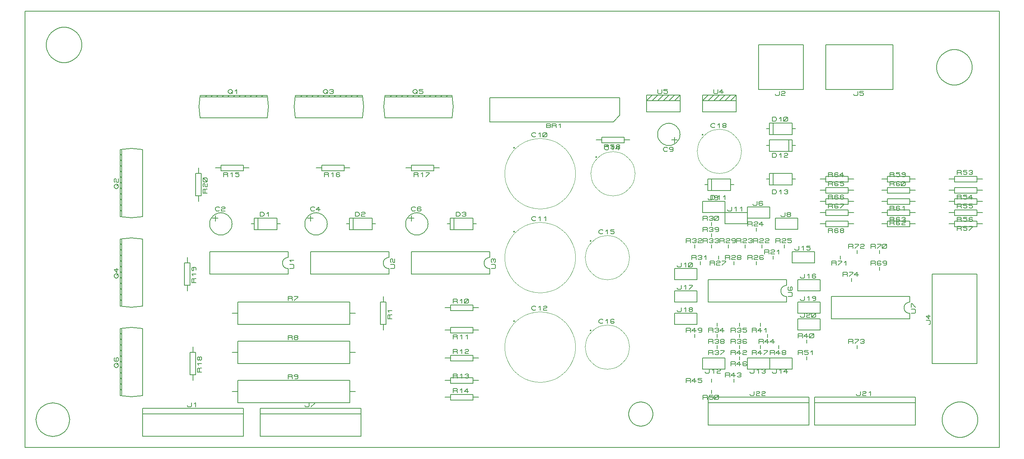
<source format=gbr>
G04 PROTEUS GERBER X2 FILE*
%TF.GenerationSoftware,Labcenter,Proteus,8.6-SP2-Build23525*%
%TF.CreationDate,2018-12-10T17:09:55+00:00*%
%TF.FileFunction,Legend,Top*%
%TF.FilePolarity,Positive*%
%TF.Part,Single*%
%FSLAX45Y45*%
%MOMM*%
G01*
%TA.AperFunction,Profile*%
%ADD32C,0.203200*%
%TA.AperFunction,Material*%
%ADD33C,0.203200*%
%ADD34C,0.120000*%
%ADD35C,0.200000*%
%TD.AperFunction*%
D32*
X-11811000Y+2667000D02*
X+10287000Y+2667000D01*
X+10287000Y+12573000D01*
X-11811000Y+12573000D01*
X-11811000Y+2667000D01*
X-10794444Y+3302000D02*
X-10795647Y+3332279D01*
X-10805415Y+3392839D01*
X-10825767Y+3453399D01*
X-10858733Y+3513959D01*
X-10908917Y+3574492D01*
X-10969477Y+3622832D01*
X-11030037Y+3654533D01*
X-11090597Y+3673875D01*
X-11151157Y+3682746D01*
X-11176000Y+3683556D01*
X-11557556Y+3302000D02*
X-11556353Y+3332279D01*
X-11546585Y+3392839D01*
X-11526233Y+3453399D01*
X-11493267Y+3513959D01*
X-11443083Y+3574492D01*
X-11382523Y+3622832D01*
X-11321963Y+3654533D01*
X-11261403Y+3673875D01*
X-11200843Y+3682746D01*
X-11176000Y+3683556D01*
X-11557556Y+3302000D02*
X-11556353Y+3271721D01*
X-11546585Y+3211161D01*
X-11526233Y+3150601D01*
X-11493267Y+3090041D01*
X-11443083Y+3029508D01*
X-11382523Y+2981168D01*
X-11321963Y+2949467D01*
X-11261403Y+2930125D01*
X-11200843Y+2921254D01*
X-11176000Y+2920444D01*
X-10794444Y+3302000D02*
X-10795647Y+3271721D01*
X-10805415Y+3211161D01*
X-10825767Y+3150601D01*
X-10858733Y+3090041D01*
X-10908917Y+3029508D01*
X-10969477Y+2981168D01*
X-11030037Y+2949467D01*
X-11090597Y+2930125D01*
X-11151157Y+2921254D01*
X-11176000Y+2920444D01*
X+9799609Y+3302000D02*
X+9798349Y+3333791D01*
X+9788120Y+3397374D01*
X+9766812Y+3460957D01*
X+9732314Y+3524540D01*
X+9679838Y+3588107D01*
X+9616255Y+3639127D01*
X+9552672Y+3672630D01*
X+9489089Y+3693143D01*
X+9425506Y+3702666D01*
X+9398000Y+3703609D01*
X+8996391Y+3302000D02*
X+8997651Y+3333791D01*
X+9007880Y+3397374D01*
X+9029188Y+3460957D01*
X+9063686Y+3524540D01*
X+9116162Y+3588107D01*
X+9179745Y+3639127D01*
X+9243328Y+3672630D01*
X+9306911Y+3693143D01*
X+9370494Y+3702666D01*
X+9398000Y+3703609D01*
X+8996391Y+3302000D02*
X+8997651Y+3270209D01*
X+9007880Y+3206626D01*
X+9029188Y+3143043D01*
X+9063686Y+3079460D01*
X+9116162Y+3015893D01*
X+9179745Y+2964873D01*
X+9243328Y+2931370D01*
X+9306911Y+2910857D01*
X+9370494Y+2901334D01*
X+9398000Y+2900391D01*
X+9799609Y+3302000D02*
X+9798349Y+3270209D01*
X+9788120Y+3206626D01*
X+9766812Y+3143043D01*
X+9732314Y+3079460D01*
X+9679838Y+3015893D01*
X+9616255Y+2964873D01*
X+9552672Y+2931370D01*
X+9489089Y+2910857D01*
X+9425506Y+2901334D01*
X+9398000Y+2900391D01*
X+9672609Y+11303000D02*
X+9671349Y+11334791D01*
X+9661120Y+11398374D01*
X+9639812Y+11461957D01*
X+9605314Y+11525540D01*
X+9552838Y+11589107D01*
X+9489255Y+11640127D01*
X+9425672Y+11673630D01*
X+9362089Y+11694143D01*
X+9298506Y+11703666D01*
X+9271000Y+11704609D01*
X+8869391Y+11303000D02*
X+8870651Y+11334791D01*
X+8880880Y+11398374D01*
X+8902188Y+11461957D01*
X+8936686Y+11525540D01*
X+8989162Y+11589107D01*
X+9052745Y+11640127D01*
X+9116328Y+11673630D01*
X+9179911Y+11694143D01*
X+9243494Y+11703666D01*
X+9271000Y+11704609D01*
X+8869391Y+11303000D02*
X+8870651Y+11271209D01*
X+8880880Y+11207626D01*
X+8902188Y+11144043D01*
X+8936686Y+11080460D01*
X+8989162Y+11016893D01*
X+9052745Y+10965873D01*
X+9116328Y+10932370D01*
X+9179911Y+10911857D01*
X+9243494Y+10902334D01*
X+9271000Y+10901391D01*
X+9672609Y+11303000D02*
X+9671349Y+11271209D01*
X+9661120Y+11207626D01*
X+9639812Y+11144043D01*
X+9605314Y+11080460D01*
X+9552838Y+11016893D01*
X+9489255Y+10965873D01*
X+9425672Y+10932370D01*
X+9362089Y+10911857D01*
X+9298506Y+10902334D01*
X+9271000Y+10901391D01*
X+2433609Y+3429000D02*
X+2432719Y+3451087D01*
X+2425494Y+3495263D01*
X+2410423Y+3539439D01*
X+2385946Y+3583615D01*
X+2348565Y+3627684D01*
X+2304389Y+3661964D01*
X+2260213Y+3684276D01*
X+2216037Y+3697620D01*
X+2171861Y+3703308D01*
X+2159000Y+3703609D01*
X+1884391Y+3429000D02*
X+1885281Y+3451087D01*
X+1892506Y+3495263D01*
X+1907577Y+3539439D01*
X+1932054Y+3583615D01*
X+1969435Y+3627684D01*
X+2013611Y+3661964D01*
X+2057787Y+3684276D01*
X+2101963Y+3697620D01*
X+2146139Y+3703308D01*
X+2159000Y+3703609D01*
X+1884391Y+3429000D02*
X+1885281Y+3406913D01*
X+1892506Y+3362737D01*
X+1907577Y+3318561D01*
X+1932054Y+3274385D01*
X+1969435Y+3230316D01*
X+2013611Y+3196036D01*
X+2057787Y+3173724D01*
X+2101963Y+3160380D01*
X+2146139Y+3154692D01*
X+2159000Y+3154391D01*
X+2433609Y+3429000D02*
X+2432719Y+3406913D01*
X+2425494Y+3362737D01*
X+2410423Y+3318561D01*
X+2385946Y+3274385D01*
X+2348565Y+3230316D01*
X+2304389Y+3196036D01*
X+2260213Y+3173724D01*
X+2216037Y+3160380D01*
X+2171861Y+3154692D01*
X+2159000Y+3154391D01*
D33*
X-7833100Y+10666600D02*
X-6309100Y+10666600D01*
X-6309100Y+10158600D02*
X-7833100Y+10158600D01*
X-6309100Y+10158600D02*
X-6283700Y+10412600D01*
X-6309100Y+10666600D01*
X-7833100Y+10158600D02*
X-7858500Y+10412600D01*
X-7833100Y+10666600D01*
X-7833100Y+10628500D02*
X-6309100Y+10628500D01*
X-7718800Y+10628500D02*
X-7680700Y+10666600D01*
X-7591800Y+10628500D02*
X-7553700Y+10666600D01*
X-7591800Y+10628500D02*
X-7553700Y+10666600D01*
X-7464800Y+10628500D02*
X-7426700Y+10666600D01*
X-7464800Y+10628500D02*
X-7426700Y+10666600D01*
X-7337800Y+10628500D02*
X-7299700Y+10666600D01*
X-7337800Y+10628500D02*
X-7299700Y+10666600D01*
X-7210800Y+10628500D02*
X-7172700Y+10666600D01*
X-7210800Y+10628500D02*
X-7172700Y+10666600D01*
X-7083800Y+10628500D02*
X-7045700Y+10666600D01*
X-7083800Y+10628500D02*
X-7045700Y+10666600D01*
X-6956800Y+10628500D02*
X-6918700Y+10666600D01*
X-6956800Y+10628500D02*
X-6918700Y+10666600D01*
X-6829800Y+10628500D02*
X-6791700Y+10666600D01*
X-6829800Y+10628500D02*
X-6791700Y+10666600D01*
X-6702800Y+10628500D02*
X-6664700Y+10666600D01*
X-6702800Y+10628500D02*
X-6664700Y+10666600D01*
X-6575800Y+10628500D02*
X-6537700Y+10666600D01*
X-6575800Y+10628500D02*
X-6537700Y+10666600D01*
X-6448800Y+10628500D02*
X-6410700Y+10666600D01*
X-7198100Y+10768200D02*
X-7166350Y+10798680D01*
X-7134600Y+10798680D01*
X-7102850Y+10768200D01*
X-7102850Y+10737720D01*
X-7134600Y+10707240D01*
X-7166350Y+10707240D01*
X-7198100Y+10737720D01*
X-7198100Y+10768200D01*
X-7134600Y+10737720D02*
X-7102850Y+10707240D01*
X-7039350Y+10768200D02*
X-7007600Y+10798680D01*
X-7007600Y+10707240D01*
X-9650600Y+7914900D02*
X-9650600Y+9438900D01*
X-9142600Y+9438900D02*
X-9142600Y+7914900D01*
X-9142600Y+9438900D02*
X-9396600Y+9464300D01*
X-9650600Y+9438900D01*
X-9142600Y+7914900D02*
X-9396600Y+7889500D01*
X-9650600Y+7914900D01*
X-9612500Y+7914900D02*
X-9612500Y+9438900D01*
X-9612500Y+8029200D02*
X-9650600Y+8067300D01*
X-9612500Y+8156200D02*
X-9650600Y+8194300D01*
X-9612500Y+8156200D02*
X-9650600Y+8194300D01*
X-9612500Y+8283200D02*
X-9650600Y+8321300D01*
X-9612500Y+8283200D02*
X-9650600Y+8321300D01*
X-9612500Y+8410200D02*
X-9650600Y+8448300D01*
X-9612500Y+8410200D02*
X-9650600Y+8448300D01*
X-9612500Y+8537200D02*
X-9650600Y+8575300D01*
X-9612500Y+8537200D02*
X-9650600Y+8575300D01*
X-9612500Y+8664200D02*
X-9650600Y+8702300D01*
X-9612500Y+8664200D02*
X-9650600Y+8702300D01*
X-9612500Y+8791200D02*
X-9650600Y+8829300D01*
X-9612500Y+8791200D02*
X-9650600Y+8829300D01*
X-9612500Y+8918200D02*
X-9650600Y+8956300D01*
X-9612500Y+8918200D02*
X-9650600Y+8956300D01*
X-9612500Y+9045200D02*
X-9650600Y+9083300D01*
X-9612500Y+9045200D02*
X-9650600Y+9083300D01*
X-9612500Y+9172200D02*
X-9650600Y+9210300D01*
X-9612500Y+9172200D02*
X-9650600Y+9210300D01*
X-9612500Y+9299200D02*
X-9650600Y+9337300D01*
X-9752200Y+8549900D02*
X-9782680Y+8581650D01*
X-9782680Y+8613400D01*
X-9752200Y+8645150D01*
X-9721720Y+8645150D01*
X-9691240Y+8613400D01*
X-9691240Y+8581650D01*
X-9721720Y+8549900D01*
X-9752200Y+8549900D01*
X-9721720Y+8613400D02*
X-9691240Y+8645150D01*
X-9767440Y+8692775D02*
X-9782680Y+8708650D01*
X-9782680Y+8756275D01*
X-9767440Y+8772150D01*
X-9752200Y+8772150D01*
X-9736960Y+8756275D01*
X-9736960Y+8708650D01*
X-9721720Y+8692775D01*
X-9691240Y+8692775D01*
X-9691240Y+8772150D01*
X-5674100Y+10666600D02*
X-4150100Y+10666600D01*
X-4150100Y+10158600D02*
X-5674100Y+10158600D01*
X-4150100Y+10158600D02*
X-4124700Y+10412600D01*
X-4150100Y+10666600D01*
X-5674100Y+10158600D02*
X-5699500Y+10412600D01*
X-5674100Y+10666600D01*
X-5674100Y+10628500D02*
X-4150100Y+10628500D01*
X-5559800Y+10628500D02*
X-5521700Y+10666600D01*
X-5432800Y+10628500D02*
X-5394700Y+10666600D01*
X-5432800Y+10628500D02*
X-5394700Y+10666600D01*
X-5305800Y+10628500D02*
X-5267700Y+10666600D01*
X-5305800Y+10628500D02*
X-5267700Y+10666600D01*
X-5178800Y+10628500D02*
X-5140700Y+10666600D01*
X-5178800Y+10628500D02*
X-5140700Y+10666600D01*
X-5051800Y+10628500D02*
X-5013700Y+10666600D01*
X-5051800Y+10628500D02*
X-5013700Y+10666600D01*
X-4924800Y+10628500D02*
X-4886700Y+10666600D01*
X-4924800Y+10628500D02*
X-4886700Y+10666600D01*
X-4797800Y+10628500D02*
X-4759700Y+10666600D01*
X-4797800Y+10628500D02*
X-4759700Y+10666600D01*
X-4670800Y+10628500D02*
X-4632700Y+10666600D01*
X-4670800Y+10628500D02*
X-4632700Y+10666600D01*
X-4543800Y+10628500D02*
X-4505700Y+10666600D01*
X-4543800Y+10628500D02*
X-4505700Y+10666600D01*
X-4416800Y+10628500D02*
X-4378700Y+10666600D01*
X-4416800Y+10628500D02*
X-4378700Y+10666600D01*
X-4289800Y+10628500D02*
X-4251700Y+10666600D01*
X-5039100Y+10768200D02*
X-5007350Y+10798680D01*
X-4975600Y+10798680D01*
X-4943850Y+10768200D01*
X-4943850Y+10737720D01*
X-4975600Y+10707240D01*
X-5007350Y+10707240D01*
X-5039100Y+10737720D01*
X-5039100Y+10768200D01*
X-4975600Y+10737720D02*
X-4943850Y+10707240D01*
X-4896225Y+10783440D02*
X-4880350Y+10798680D01*
X-4832725Y+10798680D01*
X-4816850Y+10783440D01*
X-4816850Y+10768200D01*
X-4832725Y+10752960D01*
X-4816850Y+10737720D01*
X-4816850Y+10722480D01*
X-4832725Y+10707240D01*
X-4880350Y+10707240D01*
X-4896225Y+10722480D01*
X-4864475Y+10752960D02*
X-4832725Y+10752960D01*
X-9650600Y+5882900D02*
X-9650600Y+7406900D01*
X-9142600Y+7406900D02*
X-9142600Y+5882900D01*
X-9142600Y+7406900D02*
X-9396600Y+7432300D01*
X-9650600Y+7406900D01*
X-9142600Y+5882900D02*
X-9396600Y+5857500D01*
X-9650600Y+5882900D01*
X-9612500Y+5882900D02*
X-9612500Y+7406900D01*
X-9612500Y+5997200D02*
X-9650600Y+6035300D01*
X-9612500Y+6124200D02*
X-9650600Y+6162300D01*
X-9612500Y+6124200D02*
X-9650600Y+6162300D01*
X-9612500Y+6251200D02*
X-9650600Y+6289300D01*
X-9612500Y+6251200D02*
X-9650600Y+6289300D01*
X-9612500Y+6378200D02*
X-9650600Y+6416300D01*
X-9612500Y+6378200D02*
X-9650600Y+6416300D01*
X-9612500Y+6505200D02*
X-9650600Y+6543300D01*
X-9612500Y+6505200D02*
X-9650600Y+6543300D01*
X-9612500Y+6632200D02*
X-9650600Y+6670300D01*
X-9612500Y+6632200D02*
X-9650600Y+6670300D01*
X-9612500Y+6759200D02*
X-9650600Y+6797300D01*
X-9612500Y+6759200D02*
X-9650600Y+6797300D01*
X-9612500Y+6886200D02*
X-9650600Y+6924300D01*
X-9612500Y+6886200D02*
X-9650600Y+6924300D01*
X-9612500Y+7013200D02*
X-9650600Y+7051300D01*
X-9612500Y+7013200D02*
X-9650600Y+7051300D01*
X-9612500Y+7140200D02*
X-9650600Y+7178300D01*
X-9612500Y+7140200D02*
X-9650600Y+7178300D01*
X-9612500Y+7267200D02*
X-9650600Y+7305300D01*
X-9752200Y+6517900D02*
X-9782680Y+6549650D01*
X-9782680Y+6581400D01*
X-9752200Y+6613150D01*
X-9721720Y+6613150D01*
X-9691240Y+6581400D01*
X-9691240Y+6549650D01*
X-9721720Y+6517900D01*
X-9752200Y+6517900D01*
X-9721720Y+6581400D02*
X-9691240Y+6613150D01*
X-9721720Y+6740150D02*
X-9721720Y+6644900D01*
X-9782680Y+6708400D01*
X-9691240Y+6708400D01*
X-3642100Y+10666600D02*
X-2118100Y+10666600D01*
X-2118100Y+10158600D02*
X-3642100Y+10158600D01*
X-2118100Y+10158600D02*
X-2092700Y+10412600D01*
X-2118100Y+10666600D01*
X-3642100Y+10158600D02*
X-3667500Y+10412600D01*
X-3642100Y+10666600D01*
X-3642100Y+10628500D02*
X-2118100Y+10628500D01*
X-3527800Y+10628500D02*
X-3489700Y+10666600D01*
X-3400800Y+10628500D02*
X-3362700Y+10666600D01*
X-3400800Y+10628500D02*
X-3362700Y+10666600D01*
X-3273800Y+10628500D02*
X-3235700Y+10666600D01*
X-3273800Y+10628500D02*
X-3235700Y+10666600D01*
X-3146800Y+10628500D02*
X-3108700Y+10666600D01*
X-3146800Y+10628500D02*
X-3108700Y+10666600D01*
X-3019800Y+10628500D02*
X-2981700Y+10666600D01*
X-3019800Y+10628500D02*
X-2981700Y+10666600D01*
X-2892800Y+10628500D02*
X-2854700Y+10666600D01*
X-2892800Y+10628500D02*
X-2854700Y+10666600D01*
X-2765800Y+10628500D02*
X-2727700Y+10666600D01*
X-2765800Y+10628500D02*
X-2727700Y+10666600D01*
X-2638800Y+10628500D02*
X-2600700Y+10666600D01*
X-2638800Y+10628500D02*
X-2600700Y+10666600D01*
X-2511800Y+10628500D02*
X-2473700Y+10666600D01*
X-2511800Y+10628500D02*
X-2473700Y+10666600D01*
X-2384800Y+10628500D02*
X-2346700Y+10666600D01*
X-2384800Y+10628500D02*
X-2346700Y+10666600D01*
X-2257800Y+10628500D02*
X-2219700Y+10666600D01*
X-3007100Y+10768200D02*
X-2975350Y+10798680D01*
X-2943600Y+10798680D01*
X-2911850Y+10768200D01*
X-2911850Y+10737720D01*
X-2943600Y+10707240D01*
X-2975350Y+10707240D01*
X-3007100Y+10737720D01*
X-3007100Y+10768200D01*
X-2943600Y+10737720D02*
X-2911850Y+10707240D01*
X-2784850Y+10798680D02*
X-2864225Y+10798680D01*
X-2864225Y+10768200D01*
X-2800725Y+10768200D01*
X-2784850Y+10752960D01*
X-2784850Y+10722480D01*
X-2800725Y+10707240D01*
X-2848350Y+10707240D01*
X-2864225Y+10722480D01*
X-9650600Y+3850900D02*
X-9650600Y+5374900D01*
X-9142600Y+5374900D02*
X-9142600Y+3850900D01*
X-9142600Y+5374900D02*
X-9396600Y+5400300D01*
X-9650600Y+5374900D01*
X-9142600Y+3850900D02*
X-9396600Y+3825500D01*
X-9650600Y+3850900D01*
X-9612500Y+3850900D02*
X-9612500Y+5374900D01*
X-9612500Y+3965200D02*
X-9650600Y+4003300D01*
X-9612500Y+4092200D02*
X-9650600Y+4130300D01*
X-9612500Y+4092200D02*
X-9650600Y+4130300D01*
X-9612500Y+4219200D02*
X-9650600Y+4257300D01*
X-9612500Y+4219200D02*
X-9650600Y+4257300D01*
X-9612500Y+4346200D02*
X-9650600Y+4384300D01*
X-9612500Y+4346200D02*
X-9650600Y+4384300D01*
X-9612500Y+4473200D02*
X-9650600Y+4511300D01*
X-9612500Y+4473200D02*
X-9650600Y+4511300D01*
X-9612500Y+4600200D02*
X-9650600Y+4638300D01*
X-9612500Y+4600200D02*
X-9650600Y+4638300D01*
X-9612500Y+4727200D02*
X-9650600Y+4765300D01*
X-9612500Y+4727200D02*
X-9650600Y+4765300D01*
X-9612500Y+4854200D02*
X-9650600Y+4892300D01*
X-9612500Y+4854200D02*
X-9650600Y+4892300D01*
X-9612500Y+4981200D02*
X-9650600Y+5019300D01*
X-9612500Y+4981200D02*
X-9650600Y+5019300D01*
X-9612500Y+5108200D02*
X-9650600Y+5146300D01*
X-9612500Y+5108200D02*
X-9650600Y+5146300D01*
X-9612500Y+5235200D02*
X-9650600Y+5273300D01*
X-9752200Y+4485900D02*
X-9782680Y+4517650D01*
X-9782680Y+4549400D01*
X-9752200Y+4581150D01*
X-9721720Y+4581150D01*
X-9691240Y+4549400D01*
X-9691240Y+4517650D01*
X-9721720Y+4485900D01*
X-9752200Y+4485900D01*
X-9721720Y+4549400D02*
X-9691240Y+4581150D01*
X-9767440Y+4708150D02*
X-9782680Y+4692275D01*
X-9782680Y+4644650D01*
X-9767440Y+4628775D01*
X-9706480Y+4628775D01*
X-9691240Y+4644650D01*
X-9691240Y+4692275D01*
X-9706480Y+4708150D01*
X-9721720Y+4708150D01*
X-9736960Y+4692275D01*
X-9736960Y+4628775D01*
X-5842000Y+6731000D02*
X-5842000Y+6604000D01*
X-5842000Y+7112000D02*
X-5842000Y+6985000D01*
X-5969000Y+6858000D02*
X-5966564Y+6832124D01*
X-5959515Y+6808152D01*
X-5948238Y+6786562D01*
X-5933122Y+6767830D01*
X-5914554Y+6752431D01*
X-5892919Y+6740842D01*
X-5868606Y+6733540D01*
X-5842000Y+6731000D01*
X-5969000Y+6858000D02*
X-5966564Y+6884606D01*
X-5959515Y+6908919D01*
X-5948238Y+6930554D01*
X-5933122Y+6949122D01*
X-5914554Y+6964238D01*
X-5892919Y+6975515D01*
X-5868606Y+6982564D01*
X-5842000Y+6985000D01*
X-5842000Y+7112000D02*
X-7620000Y+7112000D01*
X-7620000Y+6604000D01*
X-5842000Y+6604000D01*
X-5801360Y+6731000D02*
X-5725160Y+6731000D01*
X-5709920Y+6746875D01*
X-5709920Y+6810375D01*
X-5725160Y+6826250D01*
X-5801360Y+6826250D01*
X-5770880Y+6889750D02*
X-5801360Y+6921500D01*
X-5709920Y+6921500D01*
X-3556000Y+6731000D02*
X-3556000Y+6604000D01*
X-3556000Y+7112000D02*
X-3556000Y+6985000D01*
X-3683000Y+6858000D02*
X-3680564Y+6832124D01*
X-3673515Y+6808152D01*
X-3662238Y+6786562D01*
X-3647122Y+6767830D01*
X-3628554Y+6752431D01*
X-3606919Y+6740842D01*
X-3582606Y+6733540D01*
X-3556000Y+6731000D01*
X-3683000Y+6858000D02*
X-3680564Y+6884606D01*
X-3673515Y+6908919D01*
X-3662238Y+6930554D01*
X-3647122Y+6949122D01*
X-3628554Y+6964238D01*
X-3606919Y+6975515D01*
X-3582606Y+6982564D01*
X-3556000Y+6985000D01*
X-3556000Y+7112000D02*
X-5334000Y+7112000D01*
X-5334000Y+6604000D01*
X-3556000Y+6604000D01*
X-3515360Y+6731000D02*
X-3439160Y+6731000D01*
X-3423920Y+6746875D01*
X-3423920Y+6810375D01*
X-3439160Y+6826250D01*
X-3515360Y+6826250D01*
X-3500120Y+6873875D02*
X-3515360Y+6889750D01*
X-3515360Y+6937375D01*
X-3500120Y+6953250D01*
X-3484880Y+6953250D01*
X-3469640Y+6937375D01*
X-3469640Y+6889750D01*
X-3454400Y+6873875D01*
X-3423920Y+6873875D01*
X-3423920Y+6953250D01*
X-1270000Y+6731000D02*
X-1270000Y+6604000D01*
X-1270000Y+7112000D02*
X-1270000Y+6985000D01*
X-1397000Y+6858000D02*
X-1394564Y+6832124D01*
X-1387515Y+6808152D01*
X-1376238Y+6786562D01*
X-1361122Y+6767830D01*
X-1342554Y+6752431D01*
X-1320919Y+6740842D01*
X-1296606Y+6733540D01*
X-1270000Y+6731000D01*
X-1397000Y+6858000D02*
X-1394564Y+6884606D01*
X-1387515Y+6908919D01*
X-1376238Y+6930554D01*
X-1361122Y+6949122D01*
X-1342554Y+6964238D01*
X-1320919Y+6975515D01*
X-1296606Y+6982564D01*
X-1270000Y+6985000D01*
X-1270000Y+7112000D02*
X-3048000Y+7112000D01*
X-3048000Y+6604000D01*
X-1270000Y+6604000D01*
X-1229360Y+6731000D02*
X-1153160Y+6731000D01*
X-1137920Y+6746875D01*
X-1137920Y+6810375D01*
X-1153160Y+6826250D01*
X-1229360Y+6826250D01*
X-1214120Y+6873875D02*
X-1229360Y+6889750D01*
X-1229360Y+6937375D01*
X-1214120Y+6953250D01*
X-1198880Y+6953250D01*
X-1183640Y+6937375D01*
X-1168400Y+6953250D01*
X-1153160Y+6953250D01*
X-1137920Y+6937375D01*
X-1137920Y+6889750D01*
X-1153160Y+6873875D01*
X-1183640Y+6905625D02*
X-1183640Y+6937375D01*
X-6609080Y+7614920D02*
X-6090920Y+7614920D01*
X-6090920Y+7881620D01*
X-6609080Y+7881620D01*
X-6609080Y+7614920D01*
X-6527800Y+7879080D02*
X-6527800Y+7617460D01*
X-6680200Y+7747000D02*
X-6609080Y+7747000D01*
X-6090920Y+7747000D02*
X-6019800Y+7747000D01*
X-6477000Y+7922260D02*
X-6477000Y+8013700D01*
X-6413500Y+8013700D01*
X-6381750Y+7983220D01*
X-6381750Y+7952740D01*
X-6413500Y+7922260D01*
X-6477000Y+7922260D01*
X-6318250Y+7983220D02*
X-6286500Y+8013700D01*
X-6286500Y+7922260D01*
X-4450080Y+7614920D02*
X-3931920Y+7614920D01*
X-3931920Y+7881620D01*
X-4450080Y+7881620D01*
X-4450080Y+7614920D01*
X-4368800Y+7879080D02*
X-4368800Y+7617460D01*
X-4521200Y+7747000D02*
X-4450080Y+7747000D01*
X-3931920Y+7747000D02*
X-3860800Y+7747000D01*
X-4318000Y+7922260D02*
X-4318000Y+8013700D01*
X-4254500Y+8013700D01*
X-4222750Y+7983220D01*
X-4222750Y+7952740D01*
X-4254500Y+7922260D01*
X-4318000Y+7922260D01*
X-4175125Y+7998460D02*
X-4159250Y+8013700D01*
X-4111625Y+8013700D01*
X-4095750Y+7998460D01*
X-4095750Y+7983220D01*
X-4111625Y+7967980D01*
X-4159250Y+7967980D01*
X-4175125Y+7952740D01*
X-4175125Y+7922260D01*
X-4095750Y+7922260D01*
X-2164080Y+7614920D02*
X-1645920Y+7614920D01*
X-1645920Y+7881620D01*
X-2164080Y+7881620D01*
X-2164080Y+7614920D01*
X-2082800Y+7879080D02*
X-2082800Y+7617460D01*
X-2235200Y+7747000D02*
X-2164080Y+7747000D01*
X-1645920Y+7747000D02*
X-1574800Y+7747000D01*
X-2032000Y+7922260D02*
X-2032000Y+8013700D01*
X-1968500Y+8013700D01*
X-1936750Y+7983220D01*
X-1936750Y+7952740D01*
X-1968500Y+7922260D01*
X-2032000Y+7922260D01*
X-1889125Y+7998460D02*
X-1873250Y+8013700D01*
X-1825625Y+8013700D01*
X-1809750Y+7998460D01*
X-1809750Y+7983220D01*
X-1825625Y+7967980D01*
X-1809750Y+7952740D01*
X-1809750Y+7937500D01*
X-1825625Y+7922260D01*
X-1873250Y+7922260D01*
X-1889125Y+7937500D01*
X-1857375Y+7967980D02*
X-1825625Y+7967980D01*
X-7112000Y+7747000D02*
X-7112827Y+7767483D01*
X-7119545Y+7808450D01*
X-7133563Y+7849417D01*
X-7156341Y+7890384D01*
X-7191141Y+7931229D01*
X-7232108Y+7962845D01*
X-7273075Y+7983392D01*
X-7314042Y+7995629D01*
X-7355009Y+8000762D01*
X-7366000Y+8001000D01*
X-7620000Y+7747000D02*
X-7619173Y+7767483D01*
X-7612455Y+7808450D01*
X-7598437Y+7849417D01*
X-7575659Y+7890384D01*
X-7540859Y+7931229D01*
X-7499892Y+7962845D01*
X-7458925Y+7983392D01*
X-7417958Y+7995629D01*
X-7376991Y+8000762D01*
X-7366000Y+8001000D01*
X-7620000Y+7747000D02*
X-7619173Y+7726517D01*
X-7612455Y+7685550D01*
X-7598437Y+7644583D01*
X-7575659Y+7603616D01*
X-7540859Y+7562771D01*
X-7499892Y+7531155D01*
X-7458925Y+7510608D01*
X-7417958Y+7498371D01*
X-7376991Y+7493238D01*
X-7366000Y+7493000D01*
X-7112000Y+7747000D02*
X-7112827Y+7726517D01*
X-7119545Y+7685550D01*
X-7133563Y+7644583D01*
X-7156341Y+7603616D01*
X-7191141Y+7562771D01*
X-7232108Y+7531155D01*
X-7273075Y+7510608D01*
X-7314042Y+7498371D01*
X-7355009Y+7493238D01*
X-7366000Y+7493000D01*
X-7556500Y+7874000D02*
X-7429500Y+7874000D01*
X-7493000Y+7937500D02*
X-7493000Y+7810500D01*
X-7397750Y+8056880D02*
X-7413625Y+8041640D01*
X-7461250Y+8041640D01*
X-7493000Y+8072120D01*
X-7493000Y+8102600D01*
X-7461250Y+8133080D01*
X-7413625Y+8133080D01*
X-7397750Y+8117840D01*
X-7350125Y+8117840D02*
X-7334250Y+8133080D01*
X-7286625Y+8133080D01*
X-7270750Y+8117840D01*
X-7270750Y+8102600D01*
X-7286625Y+8087360D01*
X-7334250Y+8087360D01*
X-7350125Y+8072120D01*
X-7350125Y+8041640D01*
X-7270750Y+8041640D01*
X-4953000Y+7747000D02*
X-4953827Y+7767483D01*
X-4960545Y+7808450D01*
X-4974563Y+7849417D01*
X-4997341Y+7890384D01*
X-5032141Y+7931229D01*
X-5073108Y+7962845D01*
X-5114075Y+7983392D01*
X-5155042Y+7995629D01*
X-5196009Y+8000762D01*
X-5207000Y+8001000D01*
X-5461000Y+7747000D02*
X-5460173Y+7767483D01*
X-5453455Y+7808450D01*
X-5439437Y+7849417D01*
X-5416659Y+7890384D01*
X-5381859Y+7931229D01*
X-5340892Y+7962845D01*
X-5299925Y+7983392D01*
X-5258958Y+7995629D01*
X-5217991Y+8000762D01*
X-5207000Y+8001000D01*
X-5461000Y+7747000D02*
X-5460173Y+7726517D01*
X-5453455Y+7685550D01*
X-5439437Y+7644583D01*
X-5416659Y+7603616D01*
X-5381859Y+7562771D01*
X-5340892Y+7531155D01*
X-5299925Y+7510608D01*
X-5258958Y+7498371D01*
X-5217991Y+7493238D01*
X-5207000Y+7493000D01*
X-4953000Y+7747000D02*
X-4953827Y+7726517D01*
X-4960545Y+7685550D01*
X-4974563Y+7644583D01*
X-4997341Y+7603616D01*
X-5032141Y+7562771D01*
X-5073108Y+7531155D01*
X-5114075Y+7510608D01*
X-5155042Y+7498371D01*
X-5196009Y+7493238D01*
X-5207000Y+7493000D01*
X-5397500Y+7874000D02*
X-5270500Y+7874000D01*
X-5334000Y+7937500D02*
X-5334000Y+7810500D01*
X-5238750Y+8056880D02*
X-5254625Y+8041640D01*
X-5302250Y+8041640D01*
X-5334000Y+8072120D01*
X-5334000Y+8102600D01*
X-5302250Y+8133080D01*
X-5254625Y+8133080D01*
X-5238750Y+8117840D01*
X-5111750Y+8072120D02*
X-5207000Y+8072120D01*
X-5143500Y+8133080D01*
X-5143500Y+8041640D01*
X-2667000Y+7747000D02*
X-2667827Y+7767483D01*
X-2674545Y+7808450D01*
X-2688563Y+7849417D01*
X-2711341Y+7890384D01*
X-2746141Y+7931229D01*
X-2787108Y+7962845D01*
X-2828075Y+7983392D01*
X-2869042Y+7995629D01*
X-2910009Y+8000762D01*
X-2921000Y+8001000D01*
X-3175000Y+7747000D02*
X-3174173Y+7767483D01*
X-3167455Y+7808450D01*
X-3153437Y+7849417D01*
X-3130659Y+7890384D01*
X-3095859Y+7931229D01*
X-3054892Y+7962845D01*
X-3013925Y+7983392D01*
X-2972958Y+7995629D01*
X-2931991Y+8000762D01*
X-2921000Y+8001000D01*
X-3175000Y+7747000D02*
X-3174173Y+7726517D01*
X-3167455Y+7685550D01*
X-3153437Y+7644583D01*
X-3130659Y+7603616D01*
X-3095859Y+7562771D01*
X-3054892Y+7531155D01*
X-3013925Y+7510608D01*
X-2972958Y+7498371D01*
X-2931991Y+7493238D01*
X-2921000Y+7493000D01*
X-2667000Y+7747000D02*
X-2667827Y+7726517D01*
X-2674545Y+7685550D01*
X-2688563Y+7644583D01*
X-2711341Y+7603616D01*
X-2746141Y+7562771D01*
X-2787108Y+7531155D01*
X-2828075Y+7510608D01*
X-2869042Y+7498371D01*
X-2910009Y+7493238D01*
X-2921000Y+7493000D01*
X-3111500Y+7874000D02*
X-2984500Y+7874000D01*
X-3048000Y+7937500D02*
X-3048000Y+7810500D01*
X-2952750Y+8056880D02*
X-2968625Y+8041640D01*
X-3016250Y+8041640D01*
X-3048000Y+8072120D01*
X-3048000Y+8102600D01*
X-3016250Y+8133080D01*
X-2968625Y+8133080D01*
X-2952750Y+8117840D01*
X-2825750Y+8117840D02*
X-2841625Y+8133080D01*
X-2889250Y+8133080D01*
X-2905125Y+8117840D01*
X-2905125Y+8056880D01*
X-2889250Y+8041640D01*
X-2841625Y+8041640D01*
X-2825750Y+8056880D01*
X-2825750Y+8072120D01*
X-2841625Y+8087360D01*
X-2905125Y+8087360D01*
X+8763000Y+4572000D02*
X+9779000Y+4572000D01*
X+8763000Y+6604000D02*
X+9779000Y+6604000D01*
X+9779000Y+4572000D01*
X+8763000Y+4572000D02*
X+8763000Y+6604000D01*
X+8691880Y+5461000D02*
X+8707120Y+5461000D01*
X+8722360Y+5476875D01*
X+8722360Y+5540375D01*
X+8707120Y+5556250D01*
X+8630920Y+5556250D01*
X+8691880Y+5683250D02*
X+8691880Y+5588000D01*
X+8630920Y+5651500D01*
X+8722360Y+5651500D01*
X+7874000Y+10795000D02*
X+7874000Y+11811000D01*
X+6350000Y+10795000D02*
X+6350000Y+11811000D01*
X+7874000Y+11811000D02*
X+6350000Y+11811000D01*
X+6350000Y+10795000D02*
X+7874000Y+10795000D01*
X+6985000Y+10693400D02*
X+6985000Y+10678160D01*
X+7000875Y+10662920D01*
X+7064375Y+10662920D01*
X+7080250Y+10678160D01*
X+7080250Y+10754360D01*
X+7207250Y+10754360D02*
X+7127875Y+10754360D01*
X+7127875Y+10723880D01*
X+7191375Y+10723880D01*
X+7207250Y+10708640D01*
X+7207250Y+10678160D01*
X+7191375Y+10662920D01*
X+7143750Y+10662920D01*
X+7127875Y+10678160D01*
X+5842000Y+10795000D02*
X+5842000Y+11811000D01*
X+4826000Y+10795000D02*
X+4826000Y+11811000D01*
X+5842000Y+11811000D02*
X+4826000Y+11811000D01*
X+5842000Y+10795000D02*
X+4826000Y+10795000D01*
X+5207000Y+10693400D02*
X+5207000Y+10678160D01*
X+5222875Y+10662920D01*
X+5286375Y+10662920D01*
X+5302250Y+10678160D01*
X+5302250Y+10754360D01*
X+5349875Y+10739120D02*
X+5365750Y+10754360D01*
X+5413375Y+10754360D01*
X+5429250Y+10739120D01*
X+5429250Y+10723880D01*
X+5413375Y+10708640D01*
X+5365750Y+10708640D01*
X+5349875Y+10693400D01*
X+5349875Y+10662920D01*
X+5429250Y+10662920D01*
X-1266000Y+10064000D02*
X-1266000Y+10614000D01*
X-1266000Y+10064000D02*
X+1534000Y+10064000D01*
X-1266000Y+10614000D02*
X+1684000Y+10614000D01*
X+1684000Y+10214000D01*
X+1534000Y+10064000D01*
X+18500Y+9931920D02*
X+18500Y+10023360D01*
X+97875Y+10023360D01*
X+113750Y+10008120D01*
X+113750Y+9992880D01*
X+97875Y+9977640D01*
X+113750Y+9962400D01*
X+113750Y+9947160D01*
X+97875Y+9931920D01*
X+18500Y+9931920D01*
X+18500Y+9977640D02*
X+97875Y+9977640D01*
X+145500Y+9931920D02*
X+145500Y+10023360D01*
X+224875Y+10023360D01*
X+240750Y+10008120D01*
X+240750Y+9992880D01*
X+224875Y+9977640D01*
X+145500Y+9977640D01*
X+224875Y+9977640D02*
X+240750Y+9962400D01*
X+240750Y+9931920D01*
X+304250Y+9992880D02*
X+336000Y+10023360D01*
X+336000Y+9931920D01*
X+3556000Y+10287000D02*
X+4318000Y+10287000D01*
X+4318000Y+10541000D01*
X+3556000Y+10541000D01*
X+3556000Y+10287000D01*
X+3556000Y+10541000D02*
X+3556000Y+10668000D01*
X+4318000Y+10668000D01*
X+4318000Y+10541000D01*
X+3556000Y+10541000D02*
X+3683000Y+10668000D01*
X+3683000Y+10541000D02*
X+3810000Y+10668000D01*
X+3810000Y+10541000D02*
X+3937000Y+10668000D01*
X+3937000Y+10541000D02*
X+4064000Y+10668000D01*
X+4064000Y+10541000D02*
X+4191000Y+10668000D01*
X+4191000Y+10541000D02*
X+4318000Y+10668000D01*
X+3810000Y+10800080D02*
X+3810000Y+10723880D01*
X+3825875Y+10708640D01*
X+3889375Y+10708640D01*
X+3905250Y+10723880D01*
X+3905250Y+10800080D01*
X+4032250Y+10739120D02*
X+3937000Y+10739120D01*
X+4000500Y+10800080D01*
X+4000500Y+10708640D01*
X+2286000Y+10287000D02*
X+3048000Y+10287000D01*
X+3048000Y+10541000D01*
X+2286000Y+10541000D01*
X+2286000Y+10287000D01*
X+2286000Y+10541000D02*
X+2286000Y+10668000D01*
X+3048000Y+10668000D01*
X+3048000Y+10541000D01*
X+2286000Y+10541000D02*
X+2413000Y+10668000D01*
X+2413000Y+10541000D02*
X+2540000Y+10668000D01*
X+2540000Y+10541000D02*
X+2667000Y+10668000D01*
X+2667000Y+10541000D02*
X+2794000Y+10668000D01*
X+2794000Y+10541000D02*
X+2921000Y+10668000D01*
X+2921000Y+10541000D02*
X+3048000Y+10668000D01*
X+2540000Y+10800080D02*
X+2540000Y+10723880D01*
X+2555875Y+10708640D01*
X+2619375Y+10708640D01*
X+2635250Y+10723880D01*
X+2635250Y+10800080D01*
X+2762250Y+10800080D02*
X+2682875Y+10800080D01*
X+2682875Y+10769600D01*
X+2746375Y+10769600D01*
X+2762250Y+10754360D01*
X+2762250Y+10723880D01*
X+2746375Y+10708640D01*
X+2698750Y+10708640D01*
X+2682875Y+10723880D01*
X+3048000Y+9779000D02*
X+3047173Y+9799483D01*
X+3040455Y+9840450D01*
X+3026437Y+9881417D01*
X+3003659Y+9922384D01*
X+2968859Y+9963229D01*
X+2927892Y+9994845D01*
X+2886925Y+10015392D01*
X+2845958Y+10027629D01*
X+2804991Y+10032762D01*
X+2794000Y+10033000D01*
X+2540000Y+9779000D02*
X+2540827Y+9799483D01*
X+2547545Y+9840450D01*
X+2561563Y+9881417D01*
X+2584341Y+9922384D01*
X+2619141Y+9963229D01*
X+2660108Y+9994845D01*
X+2701075Y+10015392D01*
X+2742042Y+10027629D01*
X+2783009Y+10032762D01*
X+2794000Y+10033000D01*
X+2540000Y+9779000D02*
X+2540827Y+9758517D01*
X+2547545Y+9717550D01*
X+2561563Y+9676583D01*
X+2584341Y+9635616D01*
X+2619141Y+9594771D01*
X+2660108Y+9563155D01*
X+2701075Y+9542608D01*
X+2742042Y+9530371D01*
X+2783009Y+9525238D01*
X+2794000Y+9525000D01*
X+3048000Y+9779000D02*
X+3047173Y+9758517D01*
X+3040455Y+9717550D01*
X+3026437Y+9676583D01*
X+3003659Y+9635616D01*
X+2968859Y+9594771D01*
X+2927892Y+9563155D01*
X+2886925Y+9542608D01*
X+2845958Y+9530371D01*
X+2804991Y+9525238D01*
X+2794000Y+9525000D01*
X+2984500Y+9652000D02*
X+2857500Y+9652000D01*
X+2921000Y+9588500D02*
X+2921000Y+9715500D01*
X+2762250Y+9408160D02*
X+2746375Y+9392920D01*
X+2698750Y+9392920D01*
X+2667000Y+9423400D01*
X+2667000Y+9453880D01*
X+2698750Y+9484360D01*
X+2746375Y+9484360D01*
X+2762250Y+9469120D01*
X+2889250Y+9453880D02*
X+2873375Y+9438640D01*
X+2825750Y+9438640D01*
X+2809875Y+9453880D01*
X+2809875Y+9469120D01*
X+2825750Y+9484360D01*
X+2873375Y+9484360D01*
X+2889250Y+9469120D01*
X+2889250Y+9408160D01*
X+2873375Y+9392920D01*
X+2825750Y+9392920D01*
D34*
X+4437000Y+9398000D02*
X+4435469Y+9437100D01*
X+4423046Y+9515301D01*
X+4397194Y+9593502D01*
X+4355434Y+9671703D01*
X+4292195Y+9749904D01*
X+4214002Y+9814257D01*
X+4135801Y+9856779D01*
X+4057600Y+9883238D01*
X+3979399Y+9896199D01*
X+3937000Y+9898000D01*
X+3437000Y+9398000D02*
X+3438531Y+9437100D01*
X+3450954Y+9515301D01*
X+3476806Y+9593502D01*
X+3518566Y+9671703D01*
X+3581805Y+9749904D01*
X+3659998Y+9814257D01*
X+3738199Y+9856779D01*
X+3816400Y+9883238D01*
X+3894601Y+9896199D01*
X+3937000Y+9898000D01*
X+3437000Y+9398000D02*
X+3438531Y+9358900D01*
X+3450954Y+9280699D01*
X+3476806Y+9202498D01*
X+3518566Y+9124297D01*
X+3581805Y+9046096D01*
X+3659998Y+8981743D01*
X+3738199Y+8939221D01*
X+3816400Y+8912762D01*
X+3894601Y+8899801D01*
X+3937000Y+8898000D01*
X+4437000Y+9398000D02*
X+4435469Y+9358900D01*
X+4423046Y+9280699D01*
X+4397194Y+9202498D01*
X+4355434Y+9124297D01*
X+4292195Y+9046096D01*
X+4214002Y+8981743D01*
X+4135801Y+8939221D01*
X+4057600Y+8912762D01*
X+3979399Y+8899801D01*
X+3937000Y+8898000D01*
D35*
X+3571000Y+9774000D02*
X+3570965Y+9774831D01*
X+3570684Y+9776495D01*
X+3570094Y+9778159D01*
X+3569130Y+9779823D01*
X+3567655Y+9781464D01*
X+3565991Y+9782665D01*
X+3564327Y+9783430D01*
X+3562663Y+9783861D01*
X+3561000Y+9784000D01*
X+3551000Y+9774000D02*
X+3551035Y+9774831D01*
X+3551316Y+9776495D01*
X+3551906Y+9778159D01*
X+3552870Y+9779823D01*
X+3554345Y+9781464D01*
X+3556009Y+9782665D01*
X+3557673Y+9783430D01*
X+3559337Y+9783861D01*
X+3561000Y+9784000D01*
X+3551000Y+9774000D02*
X+3551035Y+9773169D01*
X+3551316Y+9771505D01*
X+3551906Y+9769841D01*
X+3552870Y+9768177D01*
X+3554345Y+9766536D01*
X+3556009Y+9765335D01*
X+3557673Y+9764570D01*
X+3559337Y+9764139D01*
X+3561000Y+9764000D01*
X+3571000Y+9774000D02*
X+3570965Y+9773169D01*
X+3570684Y+9771505D01*
X+3570094Y+9769841D01*
X+3569130Y+9768177D01*
X+3567655Y+9766536D01*
X+3565991Y+9765335D01*
X+3564327Y+9764570D01*
X+3562663Y+9764139D01*
X+3561000Y+9764000D01*
D33*
X+3841750Y+9949720D02*
X+3825875Y+9934480D01*
X+3778250Y+9934480D01*
X+3746500Y+9964960D01*
X+3746500Y+9995440D01*
X+3778250Y+10025920D01*
X+3825875Y+10025920D01*
X+3841750Y+10010680D01*
X+3905250Y+9995440D02*
X+3937000Y+10025920D01*
X+3937000Y+9934480D01*
X+4032250Y+9980200D02*
X+4016375Y+9995440D01*
X+4016375Y+10010680D01*
X+4032250Y+10025920D01*
X+4079875Y+10025920D01*
X+4095750Y+10010680D01*
X+4095750Y+9995440D01*
X+4079875Y+9980200D01*
X+4032250Y+9980200D01*
X+4016375Y+9964960D01*
X+4016375Y+9949720D01*
X+4032250Y+9934480D01*
X+4079875Y+9934480D01*
X+4095750Y+9949720D01*
X+4095750Y+9964960D01*
X+4079875Y+9980200D01*
X+5074920Y+9773920D02*
X+5593080Y+9773920D01*
X+5593080Y+10040620D01*
X+5074920Y+10040620D01*
X+5074920Y+9773920D01*
X+5156200Y+10038080D02*
X+5156200Y+9776460D01*
X+5003800Y+9906000D02*
X+5074920Y+9906000D01*
X+5593080Y+9906000D02*
X+5664200Y+9906000D01*
X+5143500Y+10081260D02*
X+5143500Y+10172700D01*
X+5207000Y+10172700D01*
X+5238750Y+10142220D01*
X+5238750Y+10111740D01*
X+5207000Y+10081260D01*
X+5143500Y+10081260D01*
X+5302250Y+10142220D02*
X+5334000Y+10172700D01*
X+5334000Y+10081260D01*
X+5397500Y+10096500D02*
X+5397500Y+10157460D01*
X+5413375Y+10172700D01*
X+5476875Y+10172700D01*
X+5492750Y+10157460D01*
X+5492750Y+10096500D01*
X+5476875Y+10081260D01*
X+5413375Y+10081260D01*
X+5397500Y+10096500D01*
X+5397500Y+10081260D02*
X+5492750Y+10172700D01*
X+3677920Y+8503920D02*
X+4196080Y+8503920D01*
X+4196080Y+8770620D01*
X+3677920Y+8770620D01*
X+3677920Y+8503920D01*
X+3759200Y+8768080D02*
X+3759200Y+8506460D01*
X+3606800Y+8636000D02*
X+3677920Y+8636000D01*
X+4196080Y+8636000D02*
X+4267200Y+8636000D01*
X+3746500Y+8303260D02*
X+3746500Y+8394700D01*
X+3810000Y+8394700D01*
X+3841750Y+8364220D01*
X+3841750Y+8333740D01*
X+3810000Y+8303260D01*
X+3746500Y+8303260D01*
X+3905250Y+8364220D02*
X+3937000Y+8394700D01*
X+3937000Y+8303260D01*
X+4032250Y+8364220D02*
X+4064000Y+8394700D01*
X+4064000Y+8303260D01*
X+5074920Y+9390380D02*
X+5593080Y+9390380D01*
X+5593080Y+9657080D01*
X+5074920Y+9657080D01*
X+5074920Y+9390380D01*
X+5511800Y+9392920D02*
X+5511800Y+9654540D01*
X+5664200Y+9525000D02*
X+5593080Y+9525000D01*
X+5074920Y+9525000D02*
X+5003800Y+9525000D01*
X+5143500Y+9258300D02*
X+5143500Y+9349740D01*
X+5207000Y+9349740D01*
X+5238750Y+9319260D01*
X+5238750Y+9288780D01*
X+5207000Y+9258300D01*
X+5143500Y+9258300D01*
X+5302250Y+9319260D02*
X+5334000Y+9349740D01*
X+5334000Y+9258300D01*
X+5413375Y+9334500D02*
X+5429250Y+9349740D01*
X+5476875Y+9349740D01*
X+5492750Y+9334500D01*
X+5492750Y+9319260D01*
X+5476875Y+9304020D01*
X+5429250Y+9304020D01*
X+5413375Y+9288780D01*
X+5413375Y+9258300D01*
X+5492750Y+9258300D01*
X+5074920Y+8630920D02*
X+5593080Y+8630920D01*
X+5593080Y+8897620D01*
X+5074920Y+8897620D01*
X+5074920Y+8630920D01*
X+5156200Y+8895080D02*
X+5156200Y+8633460D01*
X+5003800Y+8763000D02*
X+5074920Y+8763000D01*
X+5593080Y+8763000D02*
X+5664200Y+8763000D01*
X+5143500Y+8430260D02*
X+5143500Y+8521700D01*
X+5207000Y+8521700D01*
X+5238750Y+8491220D01*
X+5238750Y+8460740D01*
X+5207000Y+8430260D01*
X+5143500Y+8430260D01*
X+5302250Y+8491220D02*
X+5334000Y+8521700D01*
X+5334000Y+8430260D01*
X+5413375Y+8506460D02*
X+5429250Y+8521700D01*
X+5476875Y+8521700D01*
X+5492750Y+8506460D01*
X+5492750Y+8491220D01*
X+5476875Y+8475980D01*
X+5492750Y+8460740D01*
X+5492750Y+8445500D01*
X+5476875Y+8430260D01*
X+5429250Y+8430260D01*
X+5413375Y+8445500D01*
X+5445125Y+8475980D02*
X+5476875Y+8475980D01*
X-9144000Y+2921000D02*
X-6858000Y+2921000D01*
X-6858000Y+3556000D01*
X-9144000Y+3556000D01*
X-9144000Y+2921000D01*
X-9144000Y+3429000D02*
X-6858000Y+3429000D01*
X-8128000Y+3627120D02*
X-8128000Y+3611880D01*
X-8112125Y+3596640D01*
X-8048625Y+3596640D01*
X-8032750Y+3611880D01*
X-8032750Y+3688080D01*
X-7969250Y+3657600D02*
X-7937500Y+3688080D01*
X-7937500Y+3596640D01*
D34*
X+673000Y+6985000D02*
X+670722Y+7045332D01*
X+652256Y+7165997D01*
X+613945Y+7286662D01*
X+552441Y+7407327D01*
X+460503Y+7527992D01*
X+340714Y+7634033D01*
X+220049Y+7705803D01*
X+99384Y+7752301D01*
X-21281Y+7777984D01*
X-127000Y+7785000D01*
X-927000Y+6985000D02*
X-924722Y+7045332D01*
X-906256Y+7165997D01*
X-867945Y+7286662D01*
X-806441Y+7407327D01*
X-714503Y+7527992D01*
X-594714Y+7634033D01*
X-474049Y+7705803D01*
X-353384Y+7752301D01*
X-232719Y+7777984D01*
X-127000Y+7785000D01*
X-927000Y+6985000D02*
X-924722Y+6924668D01*
X-906256Y+6804003D01*
X-867945Y+6683338D01*
X-806441Y+6562673D01*
X-714503Y+6442008D01*
X-594714Y+6335967D01*
X-474049Y+6264197D01*
X-353384Y+6217699D01*
X-232719Y+6192016D01*
X-127000Y+6185000D01*
X+673000Y+6985000D02*
X+670722Y+6924668D01*
X+652256Y+6804003D01*
X+613945Y+6683338D01*
X+552441Y+6562673D01*
X+460503Y+6442008D01*
X+340714Y+6335967D01*
X+220049Y+6264197D01*
X+99384Y+6217699D01*
X-21281Y+6192016D01*
X-127000Y+6185000D01*
D35*
X-705000Y+7573000D02*
X-705035Y+7573831D01*
X-705316Y+7575495D01*
X-705906Y+7577159D01*
X-706870Y+7578823D01*
X-708345Y+7580464D01*
X-710009Y+7581665D01*
X-711673Y+7582430D01*
X-713337Y+7582861D01*
X-715000Y+7583000D01*
X-725000Y+7573000D02*
X-724965Y+7573831D01*
X-724684Y+7575495D01*
X-724094Y+7577159D01*
X-723130Y+7578823D01*
X-721655Y+7580464D01*
X-719991Y+7581665D01*
X-718327Y+7582430D01*
X-716663Y+7582861D01*
X-715000Y+7583000D01*
X-725000Y+7573000D02*
X-724965Y+7572169D01*
X-724684Y+7570505D01*
X-724094Y+7568841D01*
X-723130Y+7567177D01*
X-721655Y+7565536D01*
X-719991Y+7564335D01*
X-718327Y+7563570D01*
X-716663Y+7563139D01*
X-715000Y+7563000D01*
X-705000Y+7573000D02*
X-705035Y+7572169D01*
X-705316Y+7570505D01*
X-705906Y+7568841D01*
X-706870Y+7567177D01*
X-708345Y+7565536D01*
X-710009Y+7564335D01*
X-711673Y+7563570D01*
X-713337Y+7563139D01*
X-715000Y+7563000D01*
D33*
X-222250Y+7836720D02*
X-238125Y+7821480D01*
X-285750Y+7821480D01*
X-317500Y+7851960D01*
X-317500Y+7882440D01*
X-285750Y+7912920D01*
X-238125Y+7912920D01*
X-222250Y+7897680D01*
X-158750Y+7882440D02*
X-127000Y+7912920D01*
X-127000Y+7821480D01*
X-31750Y+7882440D02*
X+0Y+7912920D01*
X+0Y+7821480D01*
D34*
X+673000Y+4953000D02*
X+670722Y+5013332D01*
X+652256Y+5133997D01*
X+613945Y+5254662D01*
X+552441Y+5375327D01*
X+460503Y+5495992D01*
X+340714Y+5602033D01*
X+220049Y+5673803D01*
X+99384Y+5720301D01*
X-21281Y+5745984D01*
X-127000Y+5753000D01*
X-927000Y+4953000D02*
X-924722Y+5013332D01*
X-906256Y+5133997D01*
X-867945Y+5254662D01*
X-806441Y+5375327D01*
X-714503Y+5495992D01*
X-594714Y+5602033D01*
X-474049Y+5673803D01*
X-353384Y+5720301D01*
X-232719Y+5745984D01*
X-127000Y+5753000D01*
X-927000Y+4953000D02*
X-924722Y+4892668D01*
X-906256Y+4772003D01*
X-867945Y+4651338D01*
X-806441Y+4530673D01*
X-714503Y+4410008D01*
X-594714Y+4303967D01*
X-474049Y+4232197D01*
X-353384Y+4185699D01*
X-232719Y+4160016D01*
X-127000Y+4153000D01*
X+673000Y+4953000D02*
X+670722Y+4892668D01*
X+652256Y+4772003D01*
X+613945Y+4651338D01*
X+552441Y+4530673D01*
X+460503Y+4410008D01*
X+340714Y+4303967D01*
X+220049Y+4232197D01*
X+99384Y+4185699D01*
X-21281Y+4160016D01*
X-127000Y+4153000D01*
D35*
X-705000Y+5541000D02*
X-705035Y+5541831D01*
X-705316Y+5543495D01*
X-705906Y+5545159D01*
X-706870Y+5546823D01*
X-708345Y+5548464D01*
X-710009Y+5549665D01*
X-711673Y+5550430D01*
X-713337Y+5550861D01*
X-715000Y+5551000D01*
X-725000Y+5541000D02*
X-724965Y+5541831D01*
X-724684Y+5543495D01*
X-724094Y+5545159D01*
X-723130Y+5546823D01*
X-721655Y+5548464D01*
X-719991Y+5549665D01*
X-718327Y+5550430D01*
X-716663Y+5550861D01*
X-715000Y+5551000D01*
X-725000Y+5541000D02*
X-724965Y+5540169D01*
X-724684Y+5538505D01*
X-724094Y+5536841D01*
X-723130Y+5535177D01*
X-721655Y+5533536D01*
X-719991Y+5532335D01*
X-718327Y+5531570D01*
X-716663Y+5531139D01*
X-715000Y+5531000D01*
X-705000Y+5541000D02*
X-705035Y+5540169D01*
X-705316Y+5538505D01*
X-705906Y+5536841D01*
X-706870Y+5535177D01*
X-708345Y+5533536D01*
X-710009Y+5532335D01*
X-711673Y+5531570D01*
X-713337Y+5531139D01*
X-715000Y+5531000D01*
D33*
X-222250Y+5804720D02*
X-238125Y+5789480D01*
X-285750Y+5789480D01*
X-317500Y+5819960D01*
X-317500Y+5850440D01*
X-285750Y+5880920D01*
X-238125Y+5880920D01*
X-222250Y+5865680D01*
X-158750Y+5850440D02*
X-127000Y+5880920D01*
X-127000Y+5789480D01*
X-47625Y+5865680D02*
X-31750Y+5880920D01*
X+15875Y+5880920D01*
X+31750Y+5865680D01*
X+31750Y+5850440D01*
X+15875Y+5835200D01*
X-31750Y+5835200D01*
X-47625Y+5819960D01*
X-47625Y+5789480D01*
X+31750Y+5789480D01*
D34*
X+673000Y+8890000D02*
X+670722Y+8950332D01*
X+652256Y+9070997D01*
X+613945Y+9191662D01*
X+552441Y+9312327D01*
X+460503Y+9432992D01*
X+340714Y+9539033D01*
X+220049Y+9610803D01*
X+99384Y+9657301D01*
X-21281Y+9682984D01*
X-127000Y+9690000D01*
X-927000Y+8890000D02*
X-924722Y+8950332D01*
X-906256Y+9070997D01*
X-867945Y+9191662D01*
X-806441Y+9312327D01*
X-714503Y+9432992D01*
X-594714Y+9539033D01*
X-474049Y+9610803D01*
X-353384Y+9657301D01*
X-232719Y+9682984D01*
X-127000Y+9690000D01*
X-927000Y+8890000D02*
X-924722Y+8829668D01*
X-906256Y+8709003D01*
X-867945Y+8588338D01*
X-806441Y+8467673D01*
X-714503Y+8347008D01*
X-594714Y+8240967D01*
X-474049Y+8169197D01*
X-353384Y+8122699D01*
X-232719Y+8097016D01*
X-127000Y+8090000D01*
X+673000Y+8890000D02*
X+670722Y+8829668D01*
X+652256Y+8709003D01*
X+613945Y+8588338D01*
X+552441Y+8467673D01*
X+460503Y+8347008D01*
X+340714Y+8240967D01*
X+220049Y+8169197D01*
X+99384Y+8122699D01*
X-21281Y+8097016D01*
X-127000Y+8090000D01*
D35*
X-705000Y+9478000D02*
X-705035Y+9478831D01*
X-705316Y+9480495D01*
X-705906Y+9482159D01*
X-706870Y+9483823D01*
X-708345Y+9485464D01*
X-710009Y+9486665D01*
X-711673Y+9487430D01*
X-713337Y+9487861D01*
X-715000Y+9488000D01*
X-725000Y+9478000D02*
X-724965Y+9478831D01*
X-724684Y+9480495D01*
X-724094Y+9482159D01*
X-723130Y+9483823D01*
X-721655Y+9485464D01*
X-719991Y+9486665D01*
X-718327Y+9487430D01*
X-716663Y+9487861D01*
X-715000Y+9488000D01*
X-725000Y+9478000D02*
X-724965Y+9477169D01*
X-724684Y+9475505D01*
X-724094Y+9473841D01*
X-723130Y+9472177D01*
X-721655Y+9470536D01*
X-719991Y+9469335D01*
X-718327Y+9468570D01*
X-716663Y+9468139D01*
X-715000Y+9468000D01*
X-705000Y+9478000D02*
X-705035Y+9477169D01*
X-705316Y+9475505D01*
X-705906Y+9473841D01*
X-706870Y+9472177D01*
X-708345Y+9470536D01*
X-710009Y+9469335D01*
X-711673Y+9468570D01*
X-713337Y+9468139D01*
X-715000Y+9468000D01*
D33*
X-222250Y+9741720D02*
X-238125Y+9726480D01*
X-285750Y+9726480D01*
X-317500Y+9756960D01*
X-317500Y+9787440D01*
X-285750Y+9817920D01*
X-238125Y+9817920D01*
X-222250Y+9802680D01*
X-158750Y+9787440D02*
X-127000Y+9817920D01*
X-127000Y+9726480D01*
X-63500Y+9741720D02*
X-63500Y+9802680D01*
X-47625Y+9817920D01*
X+15875Y+9817920D01*
X+31750Y+9802680D01*
X+31750Y+9741720D01*
X+15875Y+9726480D01*
X-47625Y+9726480D01*
X-63500Y+9741720D01*
X-63500Y+9726480D02*
X+31750Y+9817920D01*
D34*
X+2024000Y+8890000D02*
X+2022469Y+8929100D01*
X+2010046Y+9007301D01*
X+1984194Y+9085502D01*
X+1942434Y+9163703D01*
X+1879195Y+9241904D01*
X+1801002Y+9306257D01*
X+1722801Y+9348779D01*
X+1644600Y+9375238D01*
X+1566399Y+9388199D01*
X+1524000Y+9390000D01*
X+1024000Y+8890000D02*
X+1025531Y+8929100D01*
X+1037954Y+9007301D01*
X+1063806Y+9085502D01*
X+1105566Y+9163703D01*
X+1168805Y+9241904D01*
X+1246998Y+9306257D01*
X+1325199Y+9348779D01*
X+1403400Y+9375238D01*
X+1481601Y+9388199D01*
X+1524000Y+9390000D01*
X+1024000Y+8890000D02*
X+1025531Y+8850900D01*
X+1037954Y+8772699D01*
X+1063806Y+8694498D01*
X+1105566Y+8616297D01*
X+1168805Y+8538096D01*
X+1246998Y+8473743D01*
X+1325199Y+8431221D01*
X+1403400Y+8404762D01*
X+1481601Y+8391801D01*
X+1524000Y+8390000D01*
X+2024000Y+8890000D02*
X+2022469Y+8850900D01*
X+2010046Y+8772699D01*
X+1984194Y+8694498D01*
X+1942434Y+8616297D01*
X+1879195Y+8538096D01*
X+1801002Y+8473743D01*
X+1722801Y+8431221D01*
X+1644600Y+8404762D01*
X+1566399Y+8391801D01*
X+1524000Y+8390000D01*
D35*
X+1158000Y+9266000D02*
X+1157965Y+9266831D01*
X+1157684Y+9268495D01*
X+1157094Y+9270159D01*
X+1156130Y+9271823D01*
X+1154655Y+9273464D01*
X+1152991Y+9274665D01*
X+1151327Y+9275430D01*
X+1149663Y+9275861D01*
X+1148000Y+9276000D01*
X+1138000Y+9266000D02*
X+1138035Y+9266831D01*
X+1138316Y+9268495D01*
X+1138906Y+9270159D01*
X+1139870Y+9271823D01*
X+1141345Y+9273464D01*
X+1143009Y+9274665D01*
X+1144673Y+9275430D01*
X+1146337Y+9275861D01*
X+1148000Y+9276000D01*
X+1138000Y+9266000D02*
X+1138035Y+9265169D01*
X+1138316Y+9263505D01*
X+1138906Y+9261841D01*
X+1139870Y+9260177D01*
X+1141345Y+9258536D01*
X+1143009Y+9257335D01*
X+1144673Y+9256570D01*
X+1146337Y+9256139D01*
X+1148000Y+9256000D01*
X+1158000Y+9266000D02*
X+1157965Y+9265169D01*
X+1157684Y+9263505D01*
X+1157094Y+9261841D01*
X+1156130Y+9260177D01*
X+1154655Y+9258536D01*
X+1152991Y+9257335D01*
X+1151327Y+9256570D01*
X+1149663Y+9256139D01*
X+1148000Y+9256000D01*
D33*
X+1428750Y+9441720D02*
X+1412875Y+9426480D01*
X+1365250Y+9426480D01*
X+1333500Y+9456960D01*
X+1333500Y+9487440D01*
X+1365250Y+9517920D01*
X+1412875Y+9517920D01*
X+1428750Y+9502680D01*
X+1492250Y+9487440D02*
X+1524000Y+9517920D01*
X+1524000Y+9426480D01*
X+1682750Y+9456960D02*
X+1587500Y+9456960D01*
X+1651000Y+9517920D01*
X+1651000Y+9426480D01*
D34*
X+1897000Y+6985000D02*
X+1895469Y+7024100D01*
X+1883046Y+7102301D01*
X+1857194Y+7180502D01*
X+1815434Y+7258703D01*
X+1752195Y+7336904D01*
X+1674002Y+7401257D01*
X+1595801Y+7443779D01*
X+1517600Y+7470238D01*
X+1439399Y+7483199D01*
X+1397000Y+7485000D01*
X+897000Y+6985000D02*
X+898531Y+7024100D01*
X+910954Y+7102301D01*
X+936806Y+7180502D01*
X+978566Y+7258703D01*
X+1041805Y+7336904D01*
X+1119998Y+7401257D01*
X+1198199Y+7443779D01*
X+1276400Y+7470238D01*
X+1354601Y+7483199D01*
X+1397000Y+7485000D01*
X+897000Y+6985000D02*
X+898531Y+6945900D01*
X+910954Y+6867699D01*
X+936806Y+6789498D01*
X+978566Y+6711297D01*
X+1041805Y+6633096D01*
X+1119998Y+6568743D01*
X+1198199Y+6526221D01*
X+1276400Y+6499762D01*
X+1354601Y+6486801D01*
X+1397000Y+6485000D01*
X+1897000Y+6985000D02*
X+1895469Y+6945900D01*
X+1883046Y+6867699D01*
X+1857194Y+6789498D01*
X+1815434Y+6711297D01*
X+1752195Y+6633096D01*
X+1674002Y+6568743D01*
X+1595801Y+6526221D01*
X+1517600Y+6499762D01*
X+1439399Y+6486801D01*
X+1397000Y+6485000D01*
D35*
X+1031000Y+7361000D02*
X+1030965Y+7361831D01*
X+1030684Y+7363495D01*
X+1030094Y+7365159D01*
X+1029130Y+7366823D01*
X+1027655Y+7368464D01*
X+1025991Y+7369665D01*
X+1024327Y+7370430D01*
X+1022663Y+7370861D01*
X+1021000Y+7371000D01*
X+1011000Y+7361000D02*
X+1011035Y+7361831D01*
X+1011316Y+7363495D01*
X+1011906Y+7365159D01*
X+1012870Y+7366823D01*
X+1014345Y+7368464D01*
X+1016009Y+7369665D01*
X+1017673Y+7370430D01*
X+1019337Y+7370861D01*
X+1021000Y+7371000D01*
X+1011000Y+7361000D02*
X+1011035Y+7360169D01*
X+1011316Y+7358505D01*
X+1011906Y+7356841D01*
X+1012870Y+7355177D01*
X+1014345Y+7353536D01*
X+1016009Y+7352335D01*
X+1017673Y+7351570D01*
X+1019337Y+7351139D01*
X+1021000Y+7351000D01*
X+1031000Y+7361000D02*
X+1030965Y+7360169D01*
X+1030684Y+7358505D01*
X+1030094Y+7356841D01*
X+1029130Y+7355177D01*
X+1027655Y+7353536D01*
X+1025991Y+7352335D01*
X+1024327Y+7351570D01*
X+1022663Y+7351139D01*
X+1021000Y+7351000D01*
D33*
X+1301750Y+7536720D02*
X+1285875Y+7521480D01*
X+1238250Y+7521480D01*
X+1206500Y+7551960D01*
X+1206500Y+7582440D01*
X+1238250Y+7612920D01*
X+1285875Y+7612920D01*
X+1301750Y+7597680D01*
X+1365250Y+7582440D02*
X+1397000Y+7612920D01*
X+1397000Y+7521480D01*
X+1555750Y+7612920D02*
X+1476375Y+7612920D01*
X+1476375Y+7582440D01*
X+1539875Y+7582440D01*
X+1555750Y+7567200D01*
X+1555750Y+7536720D01*
X+1539875Y+7521480D01*
X+1492250Y+7521480D01*
X+1476375Y+7536720D01*
D34*
X+1897000Y+4953000D02*
X+1895469Y+4992100D01*
X+1883046Y+5070301D01*
X+1857194Y+5148502D01*
X+1815434Y+5226703D01*
X+1752195Y+5304904D01*
X+1674002Y+5369257D01*
X+1595801Y+5411779D01*
X+1517600Y+5438238D01*
X+1439399Y+5451199D01*
X+1397000Y+5453000D01*
X+897000Y+4953000D02*
X+898531Y+4992100D01*
X+910954Y+5070301D01*
X+936806Y+5148502D01*
X+978566Y+5226703D01*
X+1041805Y+5304904D01*
X+1119998Y+5369257D01*
X+1198199Y+5411779D01*
X+1276400Y+5438238D01*
X+1354601Y+5451199D01*
X+1397000Y+5453000D01*
X+897000Y+4953000D02*
X+898531Y+4913900D01*
X+910954Y+4835699D01*
X+936806Y+4757498D01*
X+978566Y+4679297D01*
X+1041805Y+4601096D01*
X+1119998Y+4536743D01*
X+1198199Y+4494221D01*
X+1276400Y+4467762D01*
X+1354601Y+4454801D01*
X+1397000Y+4453000D01*
X+1897000Y+4953000D02*
X+1895469Y+4913900D01*
X+1883046Y+4835699D01*
X+1857194Y+4757498D01*
X+1815434Y+4679297D01*
X+1752195Y+4601096D01*
X+1674002Y+4536743D01*
X+1595801Y+4494221D01*
X+1517600Y+4467762D01*
X+1439399Y+4454801D01*
X+1397000Y+4453000D01*
D35*
X+1031000Y+5329000D02*
X+1030965Y+5329831D01*
X+1030684Y+5331495D01*
X+1030094Y+5333159D01*
X+1029130Y+5334823D01*
X+1027655Y+5336464D01*
X+1025991Y+5337665D01*
X+1024327Y+5338430D01*
X+1022663Y+5338861D01*
X+1021000Y+5339000D01*
X+1011000Y+5329000D02*
X+1011035Y+5329831D01*
X+1011316Y+5331495D01*
X+1011906Y+5333159D01*
X+1012870Y+5334823D01*
X+1014345Y+5336464D01*
X+1016009Y+5337665D01*
X+1017673Y+5338430D01*
X+1019337Y+5338861D01*
X+1021000Y+5339000D01*
X+1011000Y+5329000D02*
X+1011035Y+5328169D01*
X+1011316Y+5326505D01*
X+1011906Y+5324841D01*
X+1012870Y+5323177D01*
X+1014345Y+5321536D01*
X+1016009Y+5320335D01*
X+1017673Y+5319570D01*
X+1019337Y+5319139D01*
X+1021000Y+5319000D01*
X+1031000Y+5329000D02*
X+1030965Y+5328169D01*
X+1030684Y+5326505D01*
X+1030094Y+5324841D01*
X+1029130Y+5323177D01*
X+1027655Y+5321536D01*
X+1025991Y+5320335D01*
X+1024327Y+5319570D01*
X+1022663Y+5319139D01*
X+1021000Y+5319000D01*
D33*
X+1301750Y+5504720D02*
X+1285875Y+5489480D01*
X+1238250Y+5489480D01*
X+1206500Y+5519960D01*
X+1206500Y+5550440D01*
X+1238250Y+5580920D01*
X+1285875Y+5580920D01*
X+1301750Y+5565680D01*
X+1365250Y+5550440D02*
X+1397000Y+5580920D01*
X+1397000Y+5489480D01*
X+1555750Y+5565680D02*
X+1539875Y+5580920D01*
X+1492250Y+5580920D01*
X+1476375Y+5565680D01*
X+1476375Y+5504720D01*
X+1492250Y+5489480D01*
X+1539875Y+5489480D01*
X+1555750Y+5504720D01*
X+1555750Y+5519960D01*
X+1539875Y+5535200D01*
X+1476375Y+5535200D01*
X-7112000Y+5715000D02*
X-6985000Y+5715000D01*
X-6985000Y+5461000D02*
X-4445000Y+5461000D01*
X-4445000Y+5969000D01*
X-6985000Y+5969000D01*
X-6985000Y+5461000D01*
X-4445000Y+5715000D02*
X-4318000Y+5715000D01*
X-5842000Y+6009640D02*
X-5842000Y+6101080D01*
X-5762625Y+6101080D01*
X-5746750Y+6085840D01*
X-5746750Y+6070600D01*
X-5762625Y+6055360D01*
X-5842000Y+6055360D01*
X-5762625Y+6055360D02*
X-5746750Y+6040120D01*
X-5746750Y+6009640D01*
X-5699125Y+6101080D02*
X-5619750Y+6101080D01*
X-5619750Y+6085840D01*
X-5699125Y+6009640D01*
X-7112000Y+4826000D02*
X-6985000Y+4826000D01*
X-6985000Y+4572000D02*
X-4445000Y+4572000D01*
X-4445000Y+5080000D01*
X-6985000Y+5080000D01*
X-6985000Y+4572000D01*
X-4445000Y+4826000D02*
X-4318000Y+4826000D01*
X-5842000Y+5120640D02*
X-5842000Y+5212080D01*
X-5762625Y+5212080D01*
X-5746750Y+5196840D01*
X-5746750Y+5181600D01*
X-5762625Y+5166360D01*
X-5842000Y+5166360D01*
X-5762625Y+5166360D02*
X-5746750Y+5151120D01*
X-5746750Y+5120640D01*
X-5683250Y+5166360D02*
X-5699125Y+5181600D01*
X-5699125Y+5196840D01*
X-5683250Y+5212080D01*
X-5635625Y+5212080D01*
X-5619750Y+5196840D01*
X-5619750Y+5181600D01*
X-5635625Y+5166360D01*
X-5683250Y+5166360D01*
X-5699125Y+5151120D01*
X-5699125Y+5135880D01*
X-5683250Y+5120640D01*
X-5635625Y+5120640D01*
X-5619750Y+5135880D01*
X-5619750Y+5151120D01*
X-5635625Y+5166360D01*
X-7112000Y+3937000D02*
X-6985000Y+3937000D01*
X-6985000Y+3683000D02*
X-4445000Y+3683000D01*
X-4445000Y+4191000D01*
X-6985000Y+4191000D01*
X-6985000Y+3683000D01*
X-4445000Y+3937000D02*
X-4318000Y+3937000D01*
X-5842000Y+4231640D02*
X-5842000Y+4323080D01*
X-5762625Y+4323080D01*
X-5746750Y+4307840D01*
X-5746750Y+4292600D01*
X-5762625Y+4277360D01*
X-5842000Y+4277360D01*
X-5762625Y+4277360D02*
X-5746750Y+4262120D01*
X-5746750Y+4231640D01*
X-5619750Y+4292600D02*
X-5635625Y+4277360D01*
X-5683250Y+4277360D01*
X-5699125Y+4292600D01*
X-5699125Y+4307840D01*
X-5683250Y+4323080D01*
X-5635625Y+4323080D01*
X-5619750Y+4307840D01*
X-5619750Y+4246880D01*
X-5635625Y+4231640D01*
X-5683250Y+4231640D01*
X-2286000Y+5842000D02*
X-2159000Y+5842000D01*
X-2159000Y+5778500D02*
X-1651000Y+5778500D01*
X-1651000Y+5905500D01*
X-2159000Y+5905500D01*
X-2159000Y+5778500D01*
X-1651000Y+5842000D02*
X-1524000Y+5842000D01*
X-2095500Y+5946140D02*
X-2095500Y+6037580D01*
X-2016125Y+6037580D01*
X-2000250Y+6022340D01*
X-2000250Y+6007100D01*
X-2016125Y+5991860D01*
X-2095500Y+5991860D01*
X-2016125Y+5991860D02*
X-2000250Y+5976620D01*
X-2000250Y+5946140D01*
X-1936750Y+6007100D02*
X-1905000Y+6037580D01*
X-1905000Y+5946140D01*
X-1841500Y+5961380D02*
X-1841500Y+6022340D01*
X-1825625Y+6037580D01*
X-1762125Y+6037580D01*
X-1746250Y+6022340D01*
X-1746250Y+5961380D01*
X-1762125Y+5946140D01*
X-1825625Y+5946140D01*
X-1841500Y+5961380D01*
X-1841500Y+5946140D02*
X-1746250Y+6037580D01*
X-1524000Y+5334000D02*
X-1651000Y+5334000D01*
X-2159000Y+5270500D02*
X-1651000Y+5270500D01*
X-1651000Y+5397500D01*
X-2159000Y+5397500D01*
X-2159000Y+5270500D01*
X-2159000Y+5334000D02*
X-2286000Y+5334000D01*
X-2095500Y+5138420D02*
X-2095500Y+5229860D01*
X-2016125Y+5229860D01*
X-2000250Y+5214620D01*
X-2000250Y+5199380D01*
X-2016125Y+5184140D01*
X-2095500Y+5184140D01*
X-2016125Y+5184140D02*
X-2000250Y+5168900D01*
X-2000250Y+5138420D01*
X-1936750Y+5199380D02*
X-1905000Y+5229860D01*
X-1905000Y+5138420D01*
X-1809750Y+5199380D02*
X-1778000Y+5229860D01*
X-1778000Y+5138420D01*
X-2286000Y+4699000D02*
X-2159000Y+4699000D01*
X-2159000Y+4635500D02*
X-1651000Y+4635500D01*
X-1651000Y+4762500D01*
X-2159000Y+4762500D01*
X-2159000Y+4635500D01*
X-1651000Y+4699000D02*
X-1524000Y+4699000D01*
X-2095500Y+4803140D02*
X-2095500Y+4894580D01*
X-2016125Y+4894580D01*
X-2000250Y+4879340D01*
X-2000250Y+4864100D01*
X-2016125Y+4848860D01*
X-2095500Y+4848860D01*
X-2016125Y+4848860D02*
X-2000250Y+4833620D01*
X-2000250Y+4803140D01*
X-1936750Y+4864100D02*
X-1905000Y+4894580D01*
X-1905000Y+4803140D01*
X-1825625Y+4879340D02*
X-1809750Y+4894580D01*
X-1762125Y+4894580D01*
X-1746250Y+4879340D01*
X-1746250Y+4864100D01*
X-1762125Y+4848860D01*
X-1809750Y+4848860D01*
X-1825625Y+4833620D01*
X-1825625Y+4803140D01*
X-1746250Y+4803140D01*
X-1524000Y+4191000D02*
X-1651000Y+4191000D01*
X-2159000Y+4127500D02*
X-1651000Y+4127500D01*
X-1651000Y+4254500D01*
X-2159000Y+4254500D01*
X-2159000Y+4127500D01*
X-2159000Y+4191000D02*
X-2286000Y+4191000D01*
X-2095500Y+4249420D02*
X-2095500Y+4340860D01*
X-2016125Y+4340860D01*
X-2000250Y+4325620D01*
X-2000250Y+4310380D01*
X-2016125Y+4295140D01*
X-2095500Y+4295140D01*
X-2016125Y+4295140D02*
X-2000250Y+4279900D01*
X-2000250Y+4249420D01*
X-1936750Y+4310380D02*
X-1905000Y+4340860D01*
X-1905000Y+4249420D01*
X-1825625Y+4325620D02*
X-1809750Y+4340860D01*
X-1762125Y+4340860D01*
X-1746250Y+4325620D01*
X-1746250Y+4310380D01*
X-1762125Y+4295140D01*
X-1746250Y+4279900D01*
X-1746250Y+4264660D01*
X-1762125Y+4249420D01*
X-1809750Y+4249420D01*
X-1825625Y+4264660D01*
X-1793875Y+4295140D02*
X-1762125Y+4295140D01*
X-2286000Y+3810000D02*
X-2159000Y+3810000D01*
X-2159000Y+3746500D02*
X-1651000Y+3746500D01*
X-1651000Y+3873500D01*
X-2159000Y+3873500D01*
X-2159000Y+3746500D01*
X-1651000Y+3810000D02*
X-1524000Y+3810000D01*
X-2095500Y+3914140D02*
X-2095500Y+4005580D01*
X-2016125Y+4005580D01*
X-2000250Y+3990340D01*
X-2000250Y+3975100D01*
X-2016125Y+3959860D01*
X-2095500Y+3959860D01*
X-2016125Y+3959860D02*
X-2000250Y+3944620D01*
X-2000250Y+3914140D01*
X-1936750Y+3975100D02*
X-1905000Y+4005580D01*
X-1905000Y+3914140D01*
X-1746250Y+3944620D02*
X-1841500Y+3944620D01*
X-1778000Y+4005580D01*
X-1778000Y+3914140D01*
X-6731000Y+9017000D02*
X-6858000Y+9017000D01*
X-7366000Y+8953500D02*
X-6858000Y+8953500D01*
X-6858000Y+9080500D01*
X-7366000Y+9080500D01*
X-7366000Y+8953500D01*
X-7366000Y+9017000D02*
X-7493000Y+9017000D01*
X-7302500Y+8821420D02*
X-7302500Y+8912860D01*
X-7223125Y+8912860D01*
X-7207250Y+8897620D01*
X-7207250Y+8882380D01*
X-7223125Y+8867140D01*
X-7302500Y+8867140D01*
X-7223125Y+8867140D02*
X-7207250Y+8851900D01*
X-7207250Y+8821420D01*
X-7143750Y+8882380D02*
X-7112000Y+8912860D01*
X-7112000Y+8821420D01*
X-6953250Y+8912860D02*
X-7032625Y+8912860D01*
X-7032625Y+8882380D01*
X-6969125Y+8882380D01*
X-6953250Y+8867140D01*
X-6953250Y+8836660D01*
X-6969125Y+8821420D01*
X-7016750Y+8821420D01*
X-7032625Y+8836660D01*
X-4445000Y+9017000D02*
X-4572000Y+9017000D01*
X-5080000Y+8953500D02*
X-4572000Y+8953500D01*
X-4572000Y+9080500D01*
X-5080000Y+9080500D01*
X-5080000Y+8953500D01*
X-5080000Y+9017000D02*
X-5207000Y+9017000D01*
X-5016500Y+8821420D02*
X-5016500Y+8912860D01*
X-4937125Y+8912860D01*
X-4921250Y+8897620D01*
X-4921250Y+8882380D01*
X-4937125Y+8867140D01*
X-5016500Y+8867140D01*
X-4937125Y+8867140D02*
X-4921250Y+8851900D01*
X-4921250Y+8821420D01*
X-4857750Y+8882380D02*
X-4826000Y+8912860D01*
X-4826000Y+8821420D01*
X-4667250Y+8897620D02*
X-4683125Y+8912860D01*
X-4730750Y+8912860D01*
X-4746625Y+8897620D01*
X-4746625Y+8836660D01*
X-4730750Y+8821420D01*
X-4683125Y+8821420D01*
X-4667250Y+8836660D01*
X-4667250Y+8851900D01*
X-4683125Y+8867140D01*
X-4746625Y+8867140D01*
X-2413000Y+9017000D02*
X-2540000Y+9017000D01*
X-3048000Y+8953500D02*
X-2540000Y+8953500D01*
X-2540000Y+9080500D01*
X-3048000Y+9080500D01*
X-3048000Y+8953500D01*
X-3048000Y+9017000D02*
X-3175000Y+9017000D01*
X-2984500Y+8821420D02*
X-2984500Y+8912860D01*
X-2905125Y+8912860D01*
X-2889250Y+8897620D01*
X-2889250Y+8882380D01*
X-2905125Y+8867140D01*
X-2984500Y+8867140D01*
X-2905125Y+8867140D02*
X-2889250Y+8851900D01*
X-2889250Y+8821420D01*
X-2825750Y+8882380D02*
X-2794000Y+8912860D01*
X-2794000Y+8821420D01*
X-2714625Y+8912860D02*
X-2635250Y+8912860D01*
X-2635250Y+8897620D01*
X-2714625Y+8821420D01*
X-8001000Y+4953000D02*
X-8001000Y+4826000D01*
X-8064500Y+4318000D02*
X-7937500Y+4318000D01*
X-7937500Y+4826000D01*
X-8064500Y+4826000D01*
X-8064500Y+4318000D01*
X-8001000Y+4318000D02*
X-8001000Y+4191000D01*
X-7805420Y+4381500D02*
X-7896860Y+4381500D01*
X-7896860Y+4460875D01*
X-7881620Y+4476750D01*
X-7866380Y+4476750D01*
X-7851140Y+4460875D01*
X-7851140Y+4381500D01*
X-7851140Y+4460875D02*
X-7835900Y+4476750D01*
X-7805420Y+4476750D01*
X-7866380Y+4540250D02*
X-7896860Y+4572000D01*
X-7805420Y+4572000D01*
X-7851140Y+4667250D02*
X-7866380Y+4651375D01*
X-7881620Y+4651375D01*
X-7896860Y+4667250D01*
X-7896860Y+4714875D01*
X-7881620Y+4730750D01*
X-7866380Y+4730750D01*
X-7851140Y+4714875D01*
X-7851140Y+4667250D01*
X-7835900Y+4651375D01*
X-7820660Y+4651375D01*
X-7805420Y+4667250D01*
X-7805420Y+4714875D01*
X-7820660Y+4730750D01*
X-7835900Y+4730750D01*
X-7851140Y+4714875D01*
X-8128000Y+6985000D02*
X-8128000Y+6858000D01*
X-8191500Y+6350000D02*
X-8064500Y+6350000D01*
X-8064500Y+6858000D01*
X-8191500Y+6858000D01*
X-8191500Y+6350000D01*
X-8128000Y+6350000D02*
X-8128000Y+6223000D01*
X-7932420Y+6413500D02*
X-8023860Y+6413500D01*
X-8023860Y+6492875D01*
X-8008620Y+6508750D01*
X-7993380Y+6508750D01*
X-7978140Y+6492875D01*
X-7978140Y+6413500D01*
X-7978140Y+6492875D02*
X-7962900Y+6508750D01*
X-7932420Y+6508750D01*
X-7993380Y+6572250D02*
X-8023860Y+6604000D01*
X-7932420Y+6604000D01*
X-7993380Y+6762750D02*
X-7978140Y+6746875D01*
X-7978140Y+6699250D01*
X-7993380Y+6683375D01*
X-8008620Y+6683375D01*
X-8023860Y+6699250D01*
X-8023860Y+6746875D01*
X-8008620Y+6762750D01*
X-7947660Y+6762750D01*
X-7932420Y+6746875D01*
X-7932420Y+6699250D01*
X-7874000Y+9017000D02*
X-7874000Y+8890000D01*
X-7937500Y+8382000D02*
X-7810500Y+8382000D01*
X-7810500Y+8890000D01*
X-7937500Y+8890000D01*
X-7937500Y+8382000D01*
X-7874000Y+8382000D02*
X-7874000Y+8255000D01*
X-7678420Y+8445500D02*
X-7769860Y+8445500D01*
X-7769860Y+8524875D01*
X-7754620Y+8540750D01*
X-7739380Y+8540750D01*
X-7724140Y+8524875D01*
X-7724140Y+8445500D01*
X-7724140Y+8524875D02*
X-7708900Y+8540750D01*
X-7678420Y+8540750D01*
X-7754620Y+8588375D02*
X-7769860Y+8604250D01*
X-7769860Y+8651875D01*
X-7754620Y+8667750D01*
X-7739380Y+8667750D01*
X-7724140Y+8651875D01*
X-7724140Y+8604250D01*
X-7708900Y+8588375D01*
X-7678420Y+8588375D01*
X-7678420Y+8667750D01*
X-7693660Y+8699500D02*
X-7754620Y+8699500D01*
X-7769860Y+8715375D01*
X-7769860Y+8778875D01*
X-7754620Y+8794750D01*
X-7693660Y+8794750D01*
X-7678420Y+8778875D01*
X-7678420Y+8715375D01*
X-7693660Y+8699500D01*
X-7678420Y+8699500D02*
X-7769860Y+8794750D01*
X-6477000Y+2921000D02*
X-4191000Y+2921000D01*
X-4191000Y+3556000D01*
X-6477000Y+3556000D01*
X-6477000Y+2921000D01*
X-6477000Y+3429000D02*
X-4191000Y+3429000D01*
X-5461000Y+3627120D02*
X-5461000Y+3611880D01*
X-5445125Y+3596640D01*
X-5381625Y+3596640D01*
X-5365750Y+3611880D01*
X-5365750Y+3688080D01*
X-5318125Y+3688080D02*
X-5238750Y+3688080D01*
X-5238750Y+3672840D01*
X-5318125Y+3596640D01*
X+5461000Y+6096000D02*
X+5461000Y+5969000D01*
X+5461000Y+6477000D02*
X+5461000Y+6350000D01*
X+5334000Y+6223000D02*
X+5336436Y+6197124D01*
X+5343485Y+6173152D01*
X+5354762Y+6151562D01*
X+5369878Y+6132830D01*
X+5388446Y+6117431D01*
X+5410081Y+6105842D01*
X+5434394Y+6098540D01*
X+5461000Y+6096000D01*
X+5334000Y+6223000D02*
X+5336436Y+6249606D01*
X+5343485Y+6273919D01*
X+5354762Y+6295554D01*
X+5369878Y+6314122D01*
X+5388446Y+6329238D01*
X+5410081Y+6340515D01*
X+5434394Y+6347564D01*
X+5461000Y+6350000D01*
X+5461000Y+6477000D02*
X+3683000Y+6477000D01*
X+3683000Y+5969000D01*
X+5461000Y+5969000D01*
X+5501640Y+6096000D02*
X+5577840Y+6096000D01*
X+5593080Y+6111875D01*
X+5593080Y+6175375D01*
X+5577840Y+6191250D01*
X+5501640Y+6191250D01*
X+5516880Y+6318250D02*
X+5501640Y+6302375D01*
X+5501640Y+6254750D01*
X+5516880Y+6238875D01*
X+5577840Y+6238875D01*
X+5593080Y+6254750D01*
X+5593080Y+6302375D01*
X+5577840Y+6318250D01*
X+5562600Y+6318250D01*
X+5547360Y+6302375D01*
X+5547360Y+6238875D01*
X+8255000Y+5715000D02*
X+8255000Y+5588000D01*
X+8255000Y+6096000D02*
X+8255000Y+5969000D01*
X+8128000Y+5842000D02*
X+8130436Y+5816124D01*
X+8137485Y+5792152D01*
X+8148762Y+5770562D01*
X+8163878Y+5751830D01*
X+8182446Y+5736431D01*
X+8204081Y+5724842D01*
X+8228394Y+5717540D01*
X+8255000Y+5715000D01*
X+8128000Y+5842000D02*
X+8130436Y+5868606D01*
X+8137485Y+5892919D01*
X+8148762Y+5914554D01*
X+8163878Y+5933122D01*
X+8182446Y+5948238D01*
X+8204081Y+5959515D01*
X+8228394Y+5966564D01*
X+8255000Y+5969000D01*
X+8255000Y+6096000D02*
X+6477000Y+6096000D01*
X+6477000Y+5588000D01*
X+8255000Y+5588000D01*
X+8295640Y+5715000D02*
X+8371840Y+5715000D01*
X+8387080Y+5730875D01*
X+8387080Y+5794375D01*
X+8371840Y+5810250D01*
X+8295640Y+5810250D01*
X+8295640Y+5857875D02*
X+8295640Y+5937250D01*
X+8310880Y+5937250D01*
X+8387080Y+5857875D01*
D35*
X+5160000Y+7025000D02*
X+5160000Y+6945000D01*
D33*
X+4969500Y+7065480D02*
X+4969500Y+7156920D01*
X+5048875Y+7156920D01*
X+5064750Y+7141680D01*
X+5064750Y+7126440D01*
X+5048875Y+7111200D01*
X+4969500Y+7111200D01*
X+5048875Y+7111200D02*
X+5064750Y+7095960D01*
X+5064750Y+7065480D01*
X+5112375Y+7141680D02*
X+5128250Y+7156920D01*
X+5175875Y+7156920D01*
X+5191750Y+7141680D01*
X+5191750Y+7126440D01*
X+5175875Y+7111200D01*
X+5128250Y+7111200D01*
X+5112375Y+7095960D01*
X+5112375Y+7065480D01*
X+5191750Y+7065480D01*
X+5255250Y+7126440D02*
X+5287000Y+7156920D01*
X+5287000Y+7065480D01*
D35*
X+4906000Y+7279000D02*
X+4906000Y+7199000D01*
D33*
X+4715500Y+7319480D02*
X+4715500Y+7410920D01*
X+4794875Y+7410920D01*
X+4810750Y+7395680D01*
X+4810750Y+7380440D01*
X+4794875Y+7365200D01*
X+4715500Y+7365200D01*
X+4794875Y+7365200D02*
X+4810750Y+7349960D01*
X+4810750Y+7319480D01*
X+4858375Y+7395680D02*
X+4874250Y+7410920D01*
X+4921875Y+7410920D01*
X+4937750Y+7395680D01*
X+4937750Y+7380440D01*
X+4921875Y+7365200D01*
X+4874250Y+7365200D01*
X+4858375Y+7349960D01*
X+4858375Y+7319480D01*
X+4937750Y+7319480D01*
X+4985375Y+7395680D02*
X+5001250Y+7410920D01*
X+5048875Y+7410920D01*
X+5064750Y+7395680D01*
X+5064750Y+7380440D01*
X+5048875Y+7365200D01*
X+5001250Y+7365200D01*
X+4985375Y+7349960D01*
X+4985375Y+7319480D01*
X+5064750Y+7319480D01*
D35*
X+4525000Y+7279000D02*
X+4525000Y+7199000D01*
D33*
X+4334500Y+7319480D02*
X+4334500Y+7410920D01*
X+4413875Y+7410920D01*
X+4429750Y+7395680D01*
X+4429750Y+7380440D01*
X+4413875Y+7365200D01*
X+4334500Y+7365200D01*
X+4413875Y+7365200D02*
X+4429750Y+7349960D01*
X+4429750Y+7319480D01*
X+4477375Y+7395680D02*
X+4493250Y+7410920D01*
X+4540875Y+7410920D01*
X+4556750Y+7395680D01*
X+4556750Y+7380440D01*
X+4540875Y+7365200D01*
X+4493250Y+7365200D01*
X+4477375Y+7349960D01*
X+4477375Y+7319480D01*
X+4556750Y+7319480D01*
X+4604375Y+7395680D02*
X+4620250Y+7410920D01*
X+4667875Y+7410920D01*
X+4683750Y+7395680D01*
X+4683750Y+7380440D01*
X+4667875Y+7365200D01*
X+4683750Y+7349960D01*
X+4683750Y+7334720D01*
X+4667875Y+7319480D01*
X+4620250Y+7319480D01*
X+4604375Y+7334720D01*
X+4636125Y+7365200D02*
X+4667875Y+7365200D01*
D35*
X+4779000Y+7660000D02*
X+4779000Y+7580000D01*
D33*
X+4588500Y+7700480D02*
X+4588500Y+7791920D01*
X+4667875Y+7791920D01*
X+4683750Y+7776680D01*
X+4683750Y+7761440D01*
X+4667875Y+7746200D01*
X+4588500Y+7746200D01*
X+4667875Y+7746200D02*
X+4683750Y+7730960D01*
X+4683750Y+7700480D01*
X+4731375Y+7776680D02*
X+4747250Y+7791920D01*
X+4794875Y+7791920D01*
X+4810750Y+7776680D01*
X+4810750Y+7761440D01*
X+4794875Y+7746200D01*
X+4747250Y+7746200D01*
X+4731375Y+7730960D01*
X+4731375Y+7700480D01*
X+4810750Y+7700480D01*
X+4937750Y+7730960D02*
X+4842500Y+7730960D01*
X+4906000Y+7791920D01*
X+4906000Y+7700480D01*
D35*
X+5414000Y+7279000D02*
X+5414000Y+7199000D01*
D33*
X+5223500Y+7319480D02*
X+5223500Y+7410920D01*
X+5302875Y+7410920D01*
X+5318750Y+7395680D01*
X+5318750Y+7380440D01*
X+5302875Y+7365200D01*
X+5223500Y+7365200D01*
X+5302875Y+7365200D02*
X+5318750Y+7349960D01*
X+5318750Y+7319480D01*
X+5366375Y+7395680D02*
X+5382250Y+7410920D01*
X+5429875Y+7410920D01*
X+5445750Y+7395680D01*
X+5445750Y+7380440D01*
X+5429875Y+7365200D01*
X+5382250Y+7365200D01*
X+5366375Y+7349960D01*
X+5366375Y+7319480D01*
X+5445750Y+7319480D01*
X+5572750Y+7410920D02*
X+5493375Y+7410920D01*
X+5493375Y+7380440D01*
X+5556875Y+7380440D01*
X+5572750Y+7365200D01*
X+5572750Y+7334720D01*
X+5556875Y+7319480D01*
X+5509250Y+7319480D01*
X+5493375Y+7334720D01*
D35*
X+4779000Y+6898000D02*
X+4779000Y+6818000D01*
D33*
X+4588500Y+6938480D02*
X+4588500Y+7029920D01*
X+4667875Y+7029920D01*
X+4683750Y+7014680D01*
X+4683750Y+6999440D01*
X+4667875Y+6984200D01*
X+4588500Y+6984200D01*
X+4667875Y+6984200D02*
X+4683750Y+6968960D01*
X+4683750Y+6938480D01*
X+4731375Y+7014680D02*
X+4747250Y+7029920D01*
X+4794875Y+7029920D01*
X+4810750Y+7014680D01*
X+4810750Y+6999440D01*
X+4794875Y+6984200D01*
X+4747250Y+6984200D01*
X+4731375Y+6968960D01*
X+4731375Y+6938480D01*
X+4810750Y+6938480D01*
X+4937750Y+7014680D02*
X+4921875Y+7029920D01*
X+4874250Y+7029920D01*
X+4858375Y+7014680D01*
X+4858375Y+6953720D01*
X+4874250Y+6938480D01*
X+4921875Y+6938480D01*
X+4937750Y+6953720D01*
X+4937750Y+6968960D01*
X+4921875Y+6984200D01*
X+4858375Y+6984200D01*
D35*
X+3923000Y+6945000D02*
X+3923000Y+7025000D01*
D33*
X+3732500Y+6813080D02*
X+3732500Y+6904520D01*
X+3811875Y+6904520D01*
X+3827750Y+6889280D01*
X+3827750Y+6874040D01*
X+3811875Y+6858800D01*
X+3732500Y+6858800D01*
X+3811875Y+6858800D02*
X+3827750Y+6843560D01*
X+3827750Y+6813080D01*
X+3875375Y+6889280D02*
X+3891250Y+6904520D01*
X+3938875Y+6904520D01*
X+3954750Y+6889280D01*
X+3954750Y+6874040D01*
X+3938875Y+6858800D01*
X+3891250Y+6858800D01*
X+3875375Y+6843560D01*
X+3875375Y+6813080D01*
X+3954750Y+6813080D01*
X+4002375Y+6904520D02*
X+4081750Y+6904520D01*
X+4081750Y+6889280D01*
X+4002375Y+6813080D01*
D35*
X+4271000Y+6898000D02*
X+4271000Y+6818000D01*
D33*
X+4080500Y+6938480D02*
X+4080500Y+7029920D01*
X+4159875Y+7029920D01*
X+4175750Y+7014680D01*
X+4175750Y+6999440D01*
X+4159875Y+6984200D01*
X+4080500Y+6984200D01*
X+4159875Y+6984200D02*
X+4175750Y+6968960D01*
X+4175750Y+6938480D01*
X+4223375Y+7014680D02*
X+4239250Y+7029920D01*
X+4286875Y+7029920D01*
X+4302750Y+7014680D01*
X+4302750Y+6999440D01*
X+4286875Y+6984200D01*
X+4239250Y+6984200D01*
X+4223375Y+6968960D01*
X+4223375Y+6938480D01*
X+4302750Y+6938480D01*
X+4366250Y+6984200D02*
X+4350375Y+6999440D01*
X+4350375Y+7014680D01*
X+4366250Y+7029920D01*
X+4413875Y+7029920D01*
X+4429750Y+7014680D01*
X+4429750Y+6999440D01*
X+4413875Y+6984200D01*
X+4366250Y+6984200D01*
X+4350375Y+6968960D01*
X+4350375Y+6953720D01*
X+4366250Y+6938480D01*
X+4413875Y+6938480D01*
X+4429750Y+6953720D01*
X+4429750Y+6968960D01*
X+4413875Y+6984200D01*
D35*
X+4144000Y+7279000D02*
X+4144000Y+7199000D01*
D33*
X+3953500Y+7319480D02*
X+3953500Y+7410920D01*
X+4032875Y+7410920D01*
X+4048750Y+7395680D01*
X+4048750Y+7380440D01*
X+4032875Y+7365200D01*
X+3953500Y+7365200D01*
X+4032875Y+7365200D02*
X+4048750Y+7349960D01*
X+4048750Y+7319480D01*
X+4096375Y+7395680D02*
X+4112250Y+7410920D01*
X+4159875Y+7410920D01*
X+4175750Y+7395680D01*
X+4175750Y+7380440D01*
X+4159875Y+7365200D01*
X+4112250Y+7365200D01*
X+4096375Y+7349960D01*
X+4096375Y+7319480D01*
X+4175750Y+7319480D01*
X+4302750Y+7380440D02*
X+4286875Y+7365200D01*
X+4239250Y+7365200D01*
X+4223375Y+7380440D01*
X+4223375Y+7395680D01*
X+4239250Y+7410920D01*
X+4286875Y+7410920D01*
X+4302750Y+7395680D01*
X+4302750Y+7334720D01*
X+4286875Y+7319480D01*
X+4239250Y+7319480D01*
D35*
X+3763000Y+7787000D02*
X+3763000Y+7707000D01*
D33*
X+3572500Y+7827480D02*
X+3572500Y+7918920D01*
X+3651875Y+7918920D01*
X+3667750Y+7903680D01*
X+3667750Y+7888440D01*
X+3651875Y+7873200D01*
X+3572500Y+7873200D01*
X+3651875Y+7873200D02*
X+3667750Y+7857960D01*
X+3667750Y+7827480D01*
X+3715375Y+7903680D02*
X+3731250Y+7918920D01*
X+3778875Y+7918920D01*
X+3794750Y+7903680D01*
X+3794750Y+7888440D01*
X+3778875Y+7873200D01*
X+3794750Y+7857960D01*
X+3794750Y+7842720D01*
X+3778875Y+7827480D01*
X+3731250Y+7827480D01*
X+3715375Y+7842720D01*
X+3747125Y+7873200D02*
X+3778875Y+7873200D01*
X+3826500Y+7842720D02*
X+3826500Y+7903680D01*
X+3842375Y+7918920D01*
X+3905875Y+7918920D01*
X+3921750Y+7903680D01*
X+3921750Y+7842720D01*
X+3905875Y+7827480D01*
X+3842375Y+7827480D01*
X+3826500Y+7842720D01*
X+3826500Y+7827480D02*
X+3921750Y+7918920D01*
D35*
X+3509000Y+6898000D02*
X+3509000Y+6818000D01*
D33*
X+3318500Y+6938480D02*
X+3318500Y+7029920D01*
X+3397875Y+7029920D01*
X+3413750Y+7014680D01*
X+3413750Y+6999440D01*
X+3397875Y+6984200D01*
X+3318500Y+6984200D01*
X+3397875Y+6984200D02*
X+3413750Y+6968960D01*
X+3413750Y+6938480D01*
X+3461375Y+7014680D02*
X+3477250Y+7029920D01*
X+3524875Y+7029920D01*
X+3540750Y+7014680D01*
X+3540750Y+6999440D01*
X+3524875Y+6984200D01*
X+3540750Y+6968960D01*
X+3540750Y+6953720D01*
X+3524875Y+6938480D01*
X+3477250Y+6938480D01*
X+3461375Y+6953720D01*
X+3493125Y+6984200D02*
X+3524875Y+6984200D01*
X+3604250Y+6999440D02*
X+3636000Y+7029920D01*
X+3636000Y+6938480D01*
D35*
X+3382000Y+7279000D02*
X+3382000Y+7199000D01*
D33*
X+3191500Y+7319480D02*
X+3191500Y+7410920D01*
X+3270875Y+7410920D01*
X+3286750Y+7395680D01*
X+3286750Y+7380440D01*
X+3270875Y+7365200D01*
X+3191500Y+7365200D01*
X+3270875Y+7365200D02*
X+3286750Y+7349960D01*
X+3286750Y+7319480D01*
X+3334375Y+7395680D02*
X+3350250Y+7410920D01*
X+3397875Y+7410920D01*
X+3413750Y+7395680D01*
X+3413750Y+7380440D01*
X+3397875Y+7365200D01*
X+3413750Y+7349960D01*
X+3413750Y+7334720D01*
X+3397875Y+7319480D01*
X+3350250Y+7319480D01*
X+3334375Y+7334720D01*
X+3366125Y+7365200D02*
X+3397875Y+7365200D01*
X+3461375Y+7395680D02*
X+3477250Y+7410920D01*
X+3524875Y+7410920D01*
X+3540750Y+7395680D01*
X+3540750Y+7380440D01*
X+3524875Y+7365200D01*
X+3477250Y+7365200D01*
X+3461375Y+7349960D01*
X+3461375Y+7319480D01*
X+3540750Y+7319480D01*
D35*
X+3763000Y+7279000D02*
X+3763000Y+7199000D01*
D33*
X+3572500Y+7319480D02*
X+3572500Y+7410920D01*
X+3651875Y+7410920D01*
X+3667750Y+7395680D01*
X+3667750Y+7380440D01*
X+3651875Y+7365200D01*
X+3572500Y+7365200D01*
X+3651875Y+7365200D02*
X+3667750Y+7349960D01*
X+3667750Y+7319480D01*
X+3715375Y+7395680D02*
X+3731250Y+7410920D01*
X+3778875Y+7410920D01*
X+3794750Y+7395680D01*
X+3794750Y+7380440D01*
X+3778875Y+7365200D01*
X+3794750Y+7349960D01*
X+3794750Y+7334720D01*
X+3778875Y+7319480D01*
X+3731250Y+7319480D01*
X+3715375Y+7334720D01*
X+3747125Y+7365200D02*
X+3778875Y+7365200D01*
X+3842375Y+7395680D02*
X+3858250Y+7410920D01*
X+3905875Y+7410920D01*
X+3921750Y+7395680D01*
X+3921750Y+7380440D01*
X+3905875Y+7365200D01*
X+3921750Y+7349960D01*
X+3921750Y+7334720D01*
X+3905875Y+7319480D01*
X+3858250Y+7319480D01*
X+3842375Y+7334720D01*
X+3874125Y+7365200D02*
X+3905875Y+7365200D01*
D35*
X+3890000Y+5421000D02*
X+3890000Y+5501000D01*
D33*
X+3699500Y+5289080D02*
X+3699500Y+5380520D01*
X+3778875Y+5380520D01*
X+3794750Y+5365280D01*
X+3794750Y+5350040D01*
X+3778875Y+5334800D01*
X+3699500Y+5334800D01*
X+3778875Y+5334800D02*
X+3794750Y+5319560D01*
X+3794750Y+5289080D01*
X+3842375Y+5365280D02*
X+3858250Y+5380520D01*
X+3905875Y+5380520D01*
X+3921750Y+5365280D01*
X+3921750Y+5350040D01*
X+3905875Y+5334800D01*
X+3921750Y+5319560D01*
X+3921750Y+5304320D01*
X+3905875Y+5289080D01*
X+3858250Y+5289080D01*
X+3842375Y+5304320D01*
X+3874125Y+5334800D02*
X+3905875Y+5334800D01*
X+4048750Y+5319560D02*
X+3953500Y+5319560D01*
X+4017000Y+5380520D01*
X+4017000Y+5289080D01*
D35*
X+4398000Y+5501000D02*
X+4398000Y+5421000D01*
D33*
X+4207500Y+5287480D02*
X+4207500Y+5378920D01*
X+4286875Y+5378920D01*
X+4302750Y+5363680D01*
X+4302750Y+5348440D01*
X+4286875Y+5333200D01*
X+4207500Y+5333200D01*
X+4286875Y+5333200D02*
X+4302750Y+5317960D01*
X+4302750Y+5287480D01*
X+4350375Y+5363680D02*
X+4366250Y+5378920D01*
X+4413875Y+5378920D01*
X+4429750Y+5363680D01*
X+4429750Y+5348440D01*
X+4413875Y+5333200D01*
X+4429750Y+5317960D01*
X+4429750Y+5302720D01*
X+4413875Y+5287480D01*
X+4366250Y+5287480D01*
X+4350375Y+5302720D01*
X+4382125Y+5333200D02*
X+4413875Y+5333200D01*
X+4556750Y+5378920D02*
X+4477375Y+5378920D01*
X+4477375Y+5348440D01*
X+4540875Y+5348440D01*
X+4556750Y+5333200D01*
X+4556750Y+5302720D01*
X+4540875Y+5287480D01*
X+4493250Y+5287480D01*
X+4477375Y+5302720D01*
D35*
X+4398000Y+5247000D02*
X+4398000Y+5167000D01*
D33*
X+4207500Y+5033480D02*
X+4207500Y+5124920D01*
X+4286875Y+5124920D01*
X+4302750Y+5109680D01*
X+4302750Y+5094440D01*
X+4286875Y+5079200D01*
X+4207500Y+5079200D01*
X+4286875Y+5079200D02*
X+4302750Y+5063960D01*
X+4302750Y+5033480D01*
X+4350375Y+5109680D02*
X+4366250Y+5124920D01*
X+4413875Y+5124920D01*
X+4429750Y+5109680D01*
X+4429750Y+5094440D01*
X+4413875Y+5079200D01*
X+4429750Y+5063960D01*
X+4429750Y+5048720D01*
X+4413875Y+5033480D01*
X+4366250Y+5033480D01*
X+4350375Y+5048720D01*
X+4382125Y+5079200D02*
X+4413875Y+5079200D01*
X+4556750Y+5109680D02*
X+4540875Y+5124920D01*
X+4493250Y+5124920D01*
X+4477375Y+5109680D01*
X+4477375Y+5048720D01*
X+4493250Y+5033480D01*
X+4540875Y+5033480D01*
X+4556750Y+5048720D01*
X+4556750Y+5063960D01*
X+4540875Y+5079200D01*
X+4477375Y+5079200D01*
D35*
X+3890000Y+4993000D02*
X+3890000Y+4913000D01*
D33*
X+3699500Y+4779480D02*
X+3699500Y+4870920D01*
X+3778875Y+4870920D01*
X+3794750Y+4855680D01*
X+3794750Y+4840440D01*
X+3778875Y+4825200D01*
X+3699500Y+4825200D01*
X+3778875Y+4825200D02*
X+3794750Y+4809960D01*
X+3794750Y+4779480D01*
X+3842375Y+4855680D02*
X+3858250Y+4870920D01*
X+3905875Y+4870920D01*
X+3921750Y+4855680D01*
X+3921750Y+4840440D01*
X+3905875Y+4825200D01*
X+3921750Y+4809960D01*
X+3921750Y+4794720D01*
X+3905875Y+4779480D01*
X+3858250Y+4779480D01*
X+3842375Y+4794720D01*
X+3874125Y+4825200D02*
X+3905875Y+4825200D01*
X+3969375Y+4870920D02*
X+4048750Y+4870920D01*
X+4048750Y+4855680D01*
X+3969375Y+4779480D01*
D35*
X+3890000Y+5247000D02*
X+3890000Y+5167000D01*
D33*
X+3699500Y+5033480D02*
X+3699500Y+5124920D01*
X+3778875Y+5124920D01*
X+3794750Y+5109680D01*
X+3794750Y+5094440D01*
X+3778875Y+5079200D01*
X+3699500Y+5079200D01*
X+3778875Y+5079200D02*
X+3794750Y+5063960D01*
X+3794750Y+5033480D01*
X+3842375Y+5109680D02*
X+3858250Y+5124920D01*
X+3905875Y+5124920D01*
X+3921750Y+5109680D01*
X+3921750Y+5094440D01*
X+3905875Y+5079200D01*
X+3921750Y+5063960D01*
X+3921750Y+5048720D01*
X+3905875Y+5033480D01*
X+3858250Y+5033480D01*
X+3842375Y+5048720D01*
X+3874125Y+5079200D02*
X+3905875Y+5079200D01*
X+3985250Y+5079200D02*
X+3969375Y+5094440D01*
X+3969375Y+5109680D01*
X+3985250Y+5124920D01*
X+4032875Y+5124920D01*
X+4048750Y+5109680D01*
X+4048750Y+5094440D01*
X+4032875Y+5079200D01*
X+3985250Y+5079200D01*
X+3969375Y+5063960D01*
X+3969375Y+5048720D01*
X+3985250Y+5033480D01*
X+4032875Y+5033480D01*
X+4048750Y+5048720D01*
X+4048750Y+5063960D01*
X+4032875Y+5079200D01*
D35*
X+3763000Y+7533000D02*
X+3763000Y+7453000D01*
D33*
X+3572500Y+7573480D02*
X+3572500Y+7664920D01*
X+3651875Y+7664920D01*
X+3667750Y+7649680D01*
X+3667750Y+7634440D01*
X+3651875Y+7619200D01*
X+3572500Y+7619200D01*
X+3651875Y+7619200D02*
X+3667750Y+7603960D01*
X+3667750Y+7573480D01*
X+3715375Y+7649680D02*
X+3731250Y+7664920D01*
X+3778875Y+7664920D01*
X+3794750Y+7649680D01*
X+3794750Y+7634440D01*
X+3778875Y+7619200D01*
X+3794750Y+7603960D01*
X+3794750Y+7588720D01*
X+3778875Y+7573480D01*
X+3731250Y+7573480D01*
X+3715375Y+7588720D01*
X+3747125Y+7619200D02*
X+3778875Y+7619200D01*
X+3921750Y+7634440D02*
X+3905875Y+7619200D01*
X+3858250Y+7619200D01*
X+3842375Y+7634440D01*
X+3842375Y+7649680D01*
X+3858250Y+7664920D01*
X+3905875Y+7664920D01*
X+3921750Y+7649680D01*
X+3921750Y+7588720D01*
X+3905875Y+7573480D01*
X+3858250Y+7573480D01*
D35*
X+4873000Y+5421000D02*
X+4873000Y+5501000D01*
D33*
X+4682500Y+5289080D02*
X+4682500Y+5380520D01*
X+4761875Y+5380520D01*
X+4777750Y+5365280D01*
X+4777750Y+5350040D01*
X+4761875Y+5334800D01*
X+4682500Y+5334800D01*
X+4761875Y+5334800D02*
X+4777750Y+5319560D01*
X+4777750Y+5289080D01*
X+4904750Y+5319560D02*
X+4809500Y+5319560D01*
X+4873000Y+5380520D01*
X+4873000Y+5289080D01*
X+4968250Y+5350040D02*
X+5000000Y+5380520D01*
X+5000000Y+5289080D01*
X+4572000Y+7874000D02*
X+5080000Y+7874000D01*
X+5080000Y+8128000D01*
X+4572000Y+8128000D01*
X+4572000Y+7874000D01*
X+4699000Y+8199120D02*
X+4699000Y+8183880D01*
X+4714875Y+8168640D01*
X+4778375Y+8168640D01*
X+4794250Y+8183880D01*
X+4794250Y+8260080D01*
X+4921250Y+8244840D02*
X+4905375Y+8260080D01*
X+4857750Y+8260080D01*
X+4841875Y+8244840D01*
X+4841875Y+8183880D01*
X+4857750Y+8168640D01*
X+4905375Y+8168640D01*
X+4921250Y+8183880D01*
X+4921250Y+8199120D01*
X+4905375Y+8214360D01*
X+4841875Y+8214360D01*
X+5207000Y+7620000D02*
X+5715000Y+7620000D01*
X+5715000Y+7874000D01*
X+5207000Y+7874000D01*
X+5207000Y+7620000D01*
X+5334000Y+7945120D02*
X+5334000Y+7929880D01*
X+5349875Y+7914640D01*
X+5413375Y+7914640D01*
X+5429250Y+7929880D01*
X+5429250Y+8006080D01*
X+5492750Y+7960360D02*
X+5476875Y+7975600D01*
X+5476875Y+7990840D01*
X+5492750Y+8006080D01*
X+5540375Y+8006080D01*
X+5556250Y+7990840D01*
X+5556250Y+7975600D01*
X+5540375Y+7960360D01*
X+5492750Y+7960360D01*
X+5476875Y+7945120D01*
X+5476875Y+7929880D01*
X+5492750Y+7914640D01*
X+5540375Y+7914640D01*
X+5556250Y+7929880D01*
X+5556250Y+7945120D01*
X+5540375Y+7960360D01*
X+3556000Y+8001000D02*
X+4064000Y+8001000D01*
X+4064000Y+8255000D01*
X+3556000Y+8255000D01*
X+3556000Y+8001000D01*
X+3683000Y+8326120D02*
X+3683000Y+8310880D01*
X+3698875Y+8295640D01*
X+3762375Y+8295640D01*
X+3778250Y+8310880D01*
X+3778250Y+8387080D01*
X+3905250Y+8356600D02*
X+3889375Y+8341360D01*
X+3841750Y+8341360D01*
X+3825875Y+8356600D01*
X+3825875Y+8371840D01*
X+3841750Y+8387080D01*
X+3889375Y+8387080D01*
X+3905250Y+8371840D01*
X+3905250Y+8310880D01*
X+3889375Y+8295640D01*
X+3841750Y+8295640D01*
X+2921000Y+6477000D02*
X+3429000Y+6477000D01*
X+3429000Y+6731000D01*
X+2921000Y+6731000D01*
X+2921000Y+6477000D01*
X+2984500Y+6802120D02*
X+2984500Y+6786880D01*
X+3000375Y+6771640D01*
X+3063875Y+6771640D01*
X+3079750Y+6786880D01*
X+3079750Y+6863080D01*
X+3143250Y+6832600D02*
X+3175000Y+6863080D01*
X+3175000Y+6771640D01*
X+3238500Y+6786880D02*
X+3238500Y+6847840D01*
X+3254375Y+6863080D01*
X+3317875Y+6863080D01*
X+3333750Y+6847840D01*
X+3333750Y+6786880D01*
X+3317875Y+6771640D01*
X+3254375Y+6771640D01*
X+3238500Y+6786880D01*
X+3238500Y+6771640D02*
X+3333750Y+6863080D01*
X+4064000Y+7747000D02*
X+4572000Y+7747000D01*
X+4572000Y+8001000D01*
X+4064000Y+8001000D01*
X+4064000Y+7747000D01*
X+4127500Y+8072120D02*
X+4127500Y+8056880D01*
X+4143375Y+8041640D01*
X+4206875Y+8041640D01*
X+4222750Y+8056880D01*
X+4222750Y+8133080D01*
X+4286250Y+8102600D02*
X+4318000Y+8133080D01*
X+4318000Y+8041640D01*
X+4413250Y+8102600D02*
X+4445000Y+8133080D01*
X+4445000Y+8041640D01*
X+3556000Y+4445000D02*
X+4064000Y+4445000D01*
X+4064000Y+4699000D01*
X+3556000Y+4699000D01*
X+3556000Y+4445000D01*
X+3619500Y+4389120D02*
X+3619500Y+4373880D01*
X+3635375Y+4358640D01*
X+3698875Y+4358640D01*
X+3714750Y+4373880D01*
X+3714750Y+4450080D01*
X+3778250Y+4419600D02*
X+3810000Y+4450080D01*
X+3810000Y+4358640D01*
X+3889375Y+4434840D02*
X+3905250Y+4450080D01*
X+3952875Y+4450080D01*
X+3968750Y+4434840D01*
X+3968750Y+4419600D01*
X+3952875Y+4404360D01*
X+3905250Y+4404360D01*
X+3889375Y+4389120D01*
X+3889375Y+4358640D01*
X+3968750Y+4358640D01*
D35*
X+4398000Y+4913000D02*
X+4398000Y+4993000D01*
D33*
X+4207500Y+4781080D02*
X+4207500Y+4872520D01*
X+4286875Y+4872520D01*
X+4302750Y+4857280D01*
X+4302750Y+4842040D01*
X+4286875Y+4826800D01*
X+4207500Y+4826800D01*
X+4286875Y+4826800D02*
X+4302750Y+4811560D01*
X+4302750Y+4781080D01*
X+4429750Y+4811560D02*
X+4334500Y+4811560D01*
X+4398000Y+4872520D01*
X+4398000Y+4781080D01*
X+4477375Y+4857280D02*
X+4493250Y+4872520D01*
X+4540875Y+4872520D01*
X+4556750Y+4857280D01*
X+4556750Y+4842040D01*
X+4540875Y+4826800D01*
X+4493250Y+4826800D01*
X+4477375Y+4811560D01*
X+4477375Y+4781080D01*
X+4556750Y+4781080D01*
D35*
X+5033000Y+5247000D02*
X+5033000Y+5167000D01*
D33*
X+4842500Y+5033480D02*
X+4842500Y+5124920D01*
X+4921875Y+5124920D01*
X+4937750Y+5109680D01*
X+4937750Y+5094440D01*
X+4921875Y+5079200D01*
X+4842500Y+5079200D01*
X+4921875Y+5079200D02*
X+4937750Y+5063960D01*
X+4937750Y+5033480D01*
X+5064750Y+5063960D02*
X+4969500Y+5063960D01*
X+5033000Y+5124920D01*
X+5033000Y+5033480D01*
X+5191750Y+5063960D02*
X+5096500Y+5063960D01*
X+5160000Y+5124920D01*
X+5160000Y+5033480D01*
D35*
X+4398000Y+4739000D02*
X+4398000Y+4659000D01*
D33*
X+4207500Y+4525480D02*
X+4207500Y+4616920D01*
X+4286875Y+4616920D01*
X+4302750Y+4601680D01*
X+4302750Y+4586440D01*
X+4286875Y+4571200D01*
X+4207500Y+4571200D01*
X+4286875Y+4571200D02*
X+4302750Y+4555960D01*
X+4302750Y+4525480D01*
X+4429750Y+4555960D02*
X+4334500Y+4555960D01*
X+4398000Y+4616920D01*
X+4398000Y+4525480D01*
X+4556750Y+4601680D02*
X+4540875Y+4616920D01*
X+4493250Y+4616920D01*
X+4477375Y+4601680D01*
X+4477375Y+4540720D01*
X+4493250Y+4525480D01*
X+4540875Y+4525480D01*
X+4556750Y+4540720D01*
X+4556750Y+4555960D01*
X+4540875Y+4571200D01*
X+4477375Y+4571200D01*
D35*
X+4873000Y+4993000D02*
X+4873000Y+4913000D01*
D33*
X+4682500Y+4779480D02*
X+4682500Y+4870920D01*
X+4761875Y+4870920D01*
X+4777750Y+4855680D01*
X+4777750Y+4840440D01*
X+4761875Y+4825200D01*
X+4682500Y+4825200D01*
X+4761875Y+4825200D02*
X+4777750Y+4809960D01*
X+4777750Y+4779480D01*
X+4904750Y+4809960D02*
X+4809500Y+4809960D01*
X+4873000Y+4870920D01*
X+4873000Y+4779480D01*
X+4952375Y+4870920D02*
X+5031750Y+4870920D01*
X+5031750Y+4855680D01*
X+4952375Y+4779480D01*
D35*
X+5287000Y+4993000D02*
X+5287000Y+4913000D01*
D33*
X+5096500Y+4779480D02*
X+5096500Y+4870920D01*
X+5175875Y+4870920D01*
X+5191750Y+4855680D01*
X+5191750Y+4840440D01*
X+5175875Y+4825200D01*
X+5096500Y+4825200D01*
X+5175875Y+4825200D02*
X+5191750Y+4809960D01*
X+5191750Y+4779480D01*
X+5318750Y+4809960D02*
X+5223500Y+4809960D01*
X+5287000Y+4870920D01*
X+5287000Y+4779480D01*
X+5382250Y+4825200D02*
X+5366375Y+4840440D01*
X+5366375Y+4855680D01*
X+5382250Y+4870920D01*
X+5429875Y+4870920D01*
X+5445750Y+4855680D01*
X+5445750Y+4840440D01*
X+5429875Y+4825200D01*
X+5382250Y+4825200D01*
X+5366375Y+4809960D01*
X+5366375Y+4794720D01*
X+5382250Y+4779480D01*
X+5429875Y+4779480D01*
X+5445750Y+4794720D01*
X+5445750Y+4809960D01*
X+5429875Y+4825200D01*
D35*
X+3382000Y+5247000D02*
X+3382000Y+5167000D01*
D33*
X+3191500Y+5287480D02*
X+3191500Y+5378920D01*
X+3270875Y+5378920D01*
X+3286750Y+5363680D01*
X+3286750Y+5348440D01*
X+3270875Y+5333200D01*
X+3191500Y+5333200D01*
X+3270875Y+5333200D02*
X+3286750Y+5317960D01*
X+3286750Y+5287480D01*
X+3413750Y+5317960D02*
X+3318500Y+5317960D01*
X+3382000Y+5378920D01*
X+3382000Y+5287480D01*
X+3540750Y+5348440D02*
X+3524875Y+5333200D01*
X+3477250Y+5333200D01*
X+3461375Y+5348440D01*
X+3461375Y+5363680D01*
X+3477250Y+5378920D01*
X+3524875Y+5378920D01*
X+3540750Y+5363680D01*
X+3540750Y+5302720D01*
X+3524875Y+5287480D01*
X+3477250Y+5287480D01*
X+4572000Y+4445000D02*
X+5080000Y+4445000D01*
X+5080000Y+4699000D01*
X+4572000Y+4699000D01*
X+4572000Y+4445000D01*
X+4635500Y+4389120D02*
X+4635500Y+4373880D01*
X+4651375Y+4358640D01*
X+4714875Y+4358640D01*
X+4730750Y+4373880D01*
X+4730750Y+4450080D01*
X+4794250Y+4419600D02*
X+4826000Y+4450080D01*
X+4826000Y+4358640D01*
X+4905375Y+4434840D02*
X+4921250Y+4450080D01*
X+4968875Y+4450080D01*
X+4984750Y+4434840D01*
X+4984750Y+4419600D01*
X+4968875Y+4404360D01*
X+4984750Y+4389120D01*
X+4984750Y+4373880D01*
X+4968875Y+4358640D01*
X+4921250Y+4358640D01*
X+4905375Y+4373880D01*
X+4937125Y+4404360D02*
X+4968875Y+4404360D01*
X+5080000Y+4445000D02*
X+5588000Y+4445000D01*
X+5588000Y+4699000D01*
X+5080000Y+4699000D01*
X+5080000Y+4445000D01*
X+5143500Y+4389120D02*
X+5143500Y+4373880D01*
X+5159375Y+4358640D01*
X+5222875Y+4358640D01*
X+5238750Y+4373880D01*
X+5238750Y+4450080D01*
X+5302250Y+4419600D02*
X+5334000Y+4450080D01*
X+5334000Y+4358640D01*
X+5492750Y+4389120D02*
X+5397500Y+4389120D01*
X+5461000Y+4450080D01*
X+5461000Y+4358640D01*
X+5588000Y+6858000D02*
X+6096000Y+6858000D01*
X+6096000Y+7112000D01*
X+5588000Y+7112000D01*
X+5588000Y+6858000D01*
X+5651500Y+7183120D02*
X+5651500Y+7167880D01*
X+5667375Y+7152640D01*
X+5730875Y+7152640D01*
X+5746750Y+7167880D01*
X+5746750Y+7244080D01*
X+5810250Y+7213600D02*
X+5842000Y+7244080D01*
X+5842000Y+7152640D01*
X+6000750Y+7244080D02*
X+5921375Y+7244080D01*
X+5921375Y+7213600D01*
X+5984875Y+7213600D01*
X+6000750Y+7198360D01*
X+6000750Y+7167880D01*
X+5984875Y+7152640D01*
X+5937250Y+7152640D01*
X+5921375Y+7167880D01*
X+5715000Y+6223000D02*
X+6223000Y+6223000D01*
X+6223000Y+6477000D01*
X+5715000Y+6477000D01*
X+5715000Y+6223000D01*
X+5778500Y+6548120D02*
X+5778500Y+6532880D01*
X+5794375Y+6517640D01*
X+5857875Y+6517640D01*
X+5873750Y+6532880D01*
X+5873750Y+6609080D01*
X+5937250Y+6578600D02*
X+5969000Y+6609080D01*
X+5969000Y+6517640D01*
X+6127750Y+6593840D02*
X+6111875Y+6609080D01*
X+6064250Y+6609080D01*
X+6048375Y+6593840D01*
X+6048375Y+6532880D01*
X+6064250Y+6517640D01*
X+6111875Y+6517640D01*
X+6127750Y+6532880D01*
X+6127750Y+6548120D01*
X+6111875Y+6563360D01*
X+6048375Y+6563360D01*
X+2921000Y+5969000D02*
X+3429000Y+5969000D01*
X+3429000Y+6223000D01*
X+2921000Y+6223000D01*
X+2921000Y+5969000D01*
X+2984500Y+6294120D02*
X+2984500Y+6278880D01*
X+3000375Y+6263640D01*
X+3063875Y+6263640D01*
X+3079750Y+6278880D01*
X+3079750Y+6355080D01*
X+3143250Y+6324600D02*
X+3175000Y+6355080D01*
X+3175000Y+6263640D01*
X+3254375Y+6355080D02*
X+3333750Y+6355080D01*
X+3333750Y+6339840D01*
X+3254375Y+6263640D01*
X+2921000Y+5461000D02*
X+3429000Y+5461000D01*
X+3429000Y+5715000D01*
X+2921000Y+5715000D01*
X+2921000Y+5461000D01*
X+2984500Y+5786120D02*
X+2984500Y+5770880D01*
X+3000375Y+5755640D01*
X+3063875Y+5755640D01*
X+3079750Y+5770880D01*
X+3079750Y+5847080D01*
X+3143250Y+5816600D02*
X+3175000Y+5847080D01*
X+3175000Y+5755640D01*
X+3270250Y+5801360D02*
X+3254375Y+5816600D01*
X+3254375Y+5831840D01*
X+3270250Y+5847080D01*
X+3317875Y+5847080D01*
X+3333750Y+5831840D01*
X+3333750Y+5816600D01*
X+3317875Y+5801360D01*
X+3270250Y+5801360D01*
X+3254375Y+5786120D01*
X+3254375Y+5770880D01*
X+3270250Y+5755640D01*
X+3317875Y+5755640D01*
X+3333750Y+5770880D01*
X+3333750Y+5786120D01*
X+3317875Y+5801360D01*
X+5715000Y+5715000D02*
X+6223000Y+5715000D01*
X+6223000Y+5969000D01*
X+5715000Y+5969000D01*
X+5715000Y+5715000D01*
X+5778500Y+6040120D02*
X+5778500Y+6024880D01*
X+5794375Y+6009640D01*
X+5857875Y+6009640D01*
X+5873750Y+6024880D01*
X+5873750Y+6101080D01*
X+5937250Y+6070600D02*
X+5969000Y+6101080D01*
X+5969000Y+6009640D01*
X+6127750Y+6070600D02*
X+6111875Y+6055360D01*
X+6064250Y+6055360D01*
X+6048375Y+6070600D01*
X+6048375Y+6085840D01*
X+6064250Y+6101080D01*
X+6111875Y+6101080D01*
X+6127750Y+6085840D01*
X+6127750Y+6024880D01*
X+6111875Y+6009640D01*
X+6064250Y+6009640D01*
X+5715000Y+5334000D02*
X+6223000Y+5334000D01*
X+6223000Y+5588000D01*
X+5715000Y+5588000D01*
X+5715000Y+5334000D01*
X+5778500Y+5659120D02*
X+5778500Y+5643880D01*
X+5794375Y+5628640D01*
X+5857875Y+5628640D01*
X+5873750Y+5643880D01*
X+5873750Y+5720080D01*
X+5921375Y+5704840D02*
X+5937250Y+5720080D01*
X+5984875Y+5720080D01*
X+6000750Y+5704840D01*
X+6000750Y+5689600D01*
X+5984875Y+5674360D01*
X+5937250Y+5674360D01*
X+5921375Y+5659120D01*
X+5921375Y+5628640D01*
X+6000750Y+5628640D01*
X+6032500Y+5643880D02*
X+6032500Y+5704840D01*
X+6048375Y+5720080D01*
X+6111875Y+5720080D01*
X+6127750Y+5704840D01*
X+6127750Y+5643880D01*
X+6111875Y+5628640D01*
X+6048375Y+5628640D01*
X+6032500Y+5643880D01*
X+6032500Y+5628640D02*
X+6127750Y+5720080D01*
D35*
X+5922000Y+5120000D02*
X+5922000Y+5040000D01*
D33*
X+5731500Y+5160480D02*
X+5731500Y+5251920D01*
X+5810875Y+5251920D01*
X+5826750Y+5236680D01*
X+5826750Y+5221440D01*
X+5810875Y+5206200D01*
X+5731500Y+5206200D01*
X+5810875Y+5206200D02*
X+5826750Y+5190960D01*
X+5826750Y+5160480D01*
X+5953750Y+5190960D02*
X+5858500Y+5190960D01*
X+5922000Y+5251920D01*
X+5922000Y+5160480D01*
X+5985500Y+5175720D02*
X+5985500Y+5236680D01*
X+6001375Y+5251920D01*
X+6064875Y+5251920D01*
X+6080750Y+5236680D01*
X+6080750Y+5175720D01*
X+6064875Y+5160480D01*
X+6001375Y+5160480D01*
X+5985500Y+5175720D01*
X+5985500Y+5160480D02*
X+6080750Y+5251920D01*
D35*
X+4271000Y+4231000D02*
X+4271000Y+4151000D01*
D33*
X+4080500Y+4271480D02*
X+4080500Y+4362920D01*
X+4159875Y+4362920D01*
X+4175750Y+4347680D01*
X+4175750Y+4332440D01*
X+4159875Y+4317200D01*
X+4080500Y+4317200D01*
X+4159875Y+4317200D02*
X+4175750Y+4301960D01*
X+4175750Y+4271480D01*
X+4302750Y+4301960D02*
X+4207500Y+4301960D01*
X+4271000Y+4362920D01*
X+4271000Y+4271480D01*
X+4350375Y+4347680D02*
X+4366250Y+4362920D01*
X+4413875Y+4362920D01*
X+4429750Y+4347680D01*
X+4429750Y+4332440D01*
X+4413875Y+4317200D01*
X+4429750Y+4301960D01*
X+4429750Y+4286720D01*
X+4413875Y+4271480D01*
X+4366250Y+4271480D01*
X+4350375Y+4286720D01*
X+4382125Y+4317200D02*
X+4413875Y+4317200D01*
D35*
X+3763000Y+4231000D02*
X+3763000Y+4151000D01*
D33*
X+3191500Y+4144480D02*
X+3191500Y+4235920D01*
X+3270875Y+4235920D01*
X+3286750Y+4220680D01*
X+3286750Y+4205440D01*
X+3270875Y+4190200D01*
X+3191500Y+4190200D01*
X+3270875Y+4190200D02*
X+3286750Y+4174960D01*
X+3286750Y+4144480D01*
X+3413750Y+4174960D02*
X+3318500Y+4174960D01*
X+3382000Y+4235920D01*
X+3382000Y+4144480D01*
X+3540750Y+4235920D02*
X+3461375Y+4235920D01*
X+3461375Y+4205440D01*
X+3524875Y+4205440D01*
X+3540750Y+4190200D01*
X+3540750Y+4159720D01*
X+3524875Y+4144480D01*
X+3477250Y+4144480D01*
X+3461375Y+4159720D01*
D35*
X+3763000Y+3977000D02*
X+3763000Y+3897000D01*
D33*
X+3572500Y+3763480D02*
X+3572500Y+3854920D01*
X+3651875Y+3854920D01*
X+3667750Y+3839680D01*
X+3667750Y+3824440D01*
X+3651875Y+3809200D01*
X+3572500Y+3809200D01*
X+3651875Y+3809200D02*
X+3667750Y+3793960D01*
X+3667750Y+3763480D01*
X+3794750Y+3854920D02*
X+3715375Y+3854920D01*
X+3715375Y+3824440D01*
X+3778875Y+3824440D01*
X+3794750Y+3809200D01*
X+3794750Y+3778720D01*
X+3778875Y+3763480D01*
X+3731250Y+3763480D01*
X+3715375Y+3778720D01*
X+3826500Y+3778720D02*
X+3826500Y+3839680D01*
X+3842375Y+3854920D01*
X+3905875Y+3854920D01*
X+3921750Y+3839680D01*
X+3921750Y+3778720D01*
X+3905875Y+3763480D01*
X+3842375Y+3763480D01*
X+3826500Y+3778720D01*
X+3826500Y+3763480D02*
X+3921750Y+3854920D01*
D35*
X+5922000Y+4739000D02*
X+5922000Y+4659000D01*
D33*
X+5731500Y+4779480D02*
X+5731500Y+4870920D01*
X+5810875Y+4870920D01*
X+5826750Y+4855680D01*
X+5826750Y+4840440D01*
X+5810875Y+4825200D01*
X+5731500Y+4825200D01*
X+5810875Y+4825200D02*
X+5826750Y+4809960D01*
X+5826750Y+4779480D01*
X+5953750Y+4870920D02*
X+5874375Y+4870920D01*
X+5874375Y+4840440D01*
X+5937875Y+4840440D01*
X+5953750Y+4825200D01*
X+5953750Y+4794720D01*
X+5937875Y+4779480D01*
X+5890250Y+4779480D01*
X+5874375Y+4794720D01*
X+6017250Y+4840440D02*
X+6049000Y+4870920D01*
X+6049000Y+4779480D01*
X+9144000Y+8763000D02*
X+9271000Y+8763000D01*
X+9271000Y+8699500D02*
X+9779000Y+8699500D01*
X+9779000Y+8826500D01*
X+9271000Y+8826500D01*
X+9271000Y+8699500D01*
X+9779000Y+8763000D02*
X+9906000Y+8763000D01*
X+9334500Y+8867140D02*
X+9334500Y+8958580D01*
X+9413875Y+8958580D01*
X+9429750Y+8943340D01*
X+9429750Y+8928100D01*
X+9413875Y+8912860D01*
X+9334500Y+8912860D01*
X+9413875Y+8912860D02*
X+9429750Y+8897620D01*
X+9429750Y+8867140D01*
X+9556750Y+8958580D02*
X+9477375Y+8958580D01*
X+9477375Y+8928100D01*
X+9540875Y+8928100D01*
X+9556750Y+8912860D01*
X+9556750Y+8882380D01*
X+9540875Y+8867140D01*
X+9493250Y+8867140D01*
X+9477375Y+8882380D01*
X+9604375Y+8943340D02*
X+9620250Y+8958580D01*
X+9667875Y+8958580D01*
X+9683750Y+8943340D01*
X+9683750Y+8928100D01*
X+9667875Y+8912860D01*
X+9683750Y+8897620D01*
X+9683750Y+8882380D01*
X+9667875Y+8867140D01*
X+9620250Y+8867140D01*
X+9604375Y+8882380D01*
X+9636125Y+8912860D02*
X+9667875Y+8912860D01*
X+9906000Y+8509000D02*
X+9779000Y+8509000D01*
X+9271000Y+8445500D02*
X+9779000Y+8445500D01*
X+9779000Y+8572500D01*
X+9271000Y+8572500D01*
X+9271000Y+8445500D01*
X+9271000Y+8509000D02*
X+9144000Y+8509000D01*
X+9334500Y+8313420D02*
X+9334500Y+8404860D01*
X+9413875Y+8404860D01*
X+9429750Y+8389620D01*
X+9429750Y+8374380D01*
X+9413875Y+8359140D01*
X+9334500Y+8359140D01*
X+9413875Y+8359140D02*
X+9429750Y+8343900D01*
X+9429750Y+8313420D01*
X+9556750Y+8404860D02*
X+9477375Y+8404860D01*
X+9477375Y+8374380D01*
X+9540875Y+8374380D01*
X+9556750Y+8359140D01*
X+9556750Y+8328660D01*
X+9540875Y+8313420D01*
X+9493250Y+8313420D01*
X+9477375Y+8328660D01*
X+9683750Y+8343900D02*
X+9588500Y+8343900D01*
X+9652000Y+8404860D01*
X+9652000Y+8313420D01*
X+9144000Y+8255000D02*
X+9271000Y+8255000D01*
X+9271000Y+8191500D02*
X+9779000Y+8191500D01*
X+9779000Y+8318500D01*
X+9271000Y+8318500D01*
X+9271000Y+8191500D01*
X+9779000Y+8255000D02*
X+9906000Y+8255000D01*
X+9334500Y+8105140D02*
X+9334500Y+8196580D01*
X+9413875Y+8196580D01*
X+9429750Y+8181340D01*
X+9429750Y+8166100D01*
X+9413875Y+8150860D01*
X+9334500Y+8150860D01*
X+9413875Y+8150860D02*
X+9429750Y+8135620D01*
X+9429750Y+8105140D01*
X+9556750Y+8196580D02*
X+9477375Y+8196580D01*
X+9477375Y+8166100D01*
X+9540875Y+8166100D01*
X+9556750Y+8150860D01*
X+9556750Y+8120380D01*
X+9540875Y+8105140D01*
X+9493250Y+8105140D01*
X+9477375Y+8120380D01*
X+9683750Y+8196580D02*
X+9604375Y+8196580D01*
X+9604375Y+8166100D01*
X+9667875Y+8166100D01*
X+9683750Y+8150860D01*
X+9683750Y+8120380D01*
X+9667875Y+8105140D01*
X+9620250Y+8105140D01*
X+9604375Y+8120380D01*
X+9906000Y+8001000D02*
X+9779000Y+8001000D01*
X+9271000Y+7937500D02*
X+9779000Y+7937500D01*
X+9779000Y+8064500D01*
X+9271000Y+8064500D01*
X+9271000Y+7937500D01*
X+9271000Y+8001000D02*
X+9144000Y+8001000D01*
X+9334500Y+7805420D02*
X+9334500Y+7896860D01*
X+9413875Y+7896860D01*
X+9429750Y+7881620D01*
X+9429750Y+7866380D01*
X+9413875Y+7851140D01*
X+9334500Y+7851140D01*
X+9413875Y+7851140D02*
X+9429750Y+7835900D01*
X+9429750Y+7805420D01*
X+9556750Y+7896860D02*
X+9477375Y+7896860D01*
X+9477375Y+7866380D01*
X+9540875Y+7866380D01*
X+9556750Y+7851140D01*
X+9556750Y+7820660D01*
X+9540875Y+7805420D01*
X+9493250Y+7805420D01*
X+9477375Y+7820660D01*
X+9683750Y+7881620D02*
X+9667875Y+7896860D01*
X+9620250Y+7896860D01*
X+9604375Y+7881620D01*
X+9604375Y+7820660D01*
X+9620250Y+7805420D01*
X+9667875Y+7805420D01*
X+9683750Y+7820660D01*
X+9683750Y+7835900D01*
X+9667875Y+7851140D01*
X+9604375Y+7851140D01*
X+9144000Y+7747000D02*
X+9271000Y+7747000D01*
X+9271000Y+7683500D02*
X+9779000Y+7683500D01*
X+9779000Y+7810500D01*
X+9271000Y+7810500D01*
X+9271000Y+7683500D01*
X+9779000Y+7747000D02*
X+9906000Y+7747000D01*
X+9334500Y+7597140D02*
X+9334500Y+7688580D01*
X+9413875Y+7688580D01*
X+9429750Y+7673340D01*
X+9429750Y+7658100D01*
X+9413875Y+7642860D01*
X+9334500Y+7642860D01*
X+9413875Y+7642860D02*
X+9429750Y+7627620D01*
X+9429750Y+7597140D01*
X+9556750Y+7688580D02*
X+9477375Y+7688580D01*
X+9477375Y+7658100D01*
X+9540875Y+7658100D01*
X+9556750Y+7642860D01*
X+9556750Y+7612380D01*
X+9540875Y+7597140D01*
X+9493250Y+7597140D01*
X+9477375Y+7612380D01*
X+9604375Y+7688580D02*
X+9683750Y+7688580D01*
X+9683750Y+7673340D01*
X+9604375Y+7597140D01*
X+6096000Y+3175000D02*
X+8382000Y+3175000D01*
X+8382000Y+3810000D01*
X+6096000Y+3810000D01*
X+6096000Y+3175000D01*
X+6096000Y+3683000D02*
X+8382000Y+3683000D01*
X+7048500Y+3881120D02*
X+7048500Y+3865880D01*
X+7064375Y+3850640D01*
X+7127875Y+3850640D01*
X+7143750Y+3865880D01*
X+7143750Y+3942080D01*
X+7191375Y+3926840D02*
X+7207250Y+3942080D01*
X+7254875Y+3942080D01*
X+7270750Y+3926840D01*
X+7270750Y+3911600D01*
X+7254875Y+3896360D01*
X+7207250Y+3896360D01*
X+7191375Y+3881120D01*
X+7191375Y+3850640D01*
X+7270750Y+3850640D01*
X+7334250Y+3911600D02*
X+7366000Y+3942080D01*
X+7366000Y+3850640D01*
X+3683000Y+3175000D02*
X+5969000Y+3175000D01*
X+5969000Y+3810000D01*
X+3683000Y+3810000D01*
X+3683000Y+3175000D01*
X+3683000Y+3683000D02*
X+5969000Y+3683000D01*
X+4635500Y+3881120D02*
X+4635500Y+3865880D01*
X+4651375Y+3850640D01*
X+4714875Y+3850640D01*
X+4730750Y+3865880D01*
X+4730750Y+3942080D01*
X+4778375Y+3926840D02*
X+4794250Y+3942080D01*
X+4841875Y+3942080D01*
X+4857750Y+3926840D01*
X+4857750Y+3911600D01*
X+4841875Y+3896360D01*
X+4794250Y+3896360D01*
X+4778375Y+3881120D01*
X+4778375Y+3850640D01*
X+4857750Y+3850640D01*
X+4905375Y+3926840D02*
X+4921250Y+3942080D01*
X+4968875Y+3942080D01*
X+4984750Y+3926840D01*
X+4984750Y+3911600D01*
X+4968875Y+3896360D01*
X+4921250Y+3896360D01*
X+4905375Y+3881120D01*
X+4905375Y+3850640D01*
X+4984750Y+3850640D01*
X+1905000Y+9652000D02*
X+1778000Y+9652000D01*
X+1270000Y+9588500D02*
X+1778000Y+9588500D01*
X+1778000Y+9715500D01*
X+1270000Y+9715500D01*
X+1270000Y+9588500D01*
X+1270000Y+9652000D02*
X+1143000Y+9652000D01*
X+1333500Y+9456420D02*
X+1333500Y+9547860D01*
X+1412875Y+9547860D01*
X+1428750Y+9532620D01*
X+1428750Y+9517380D01*
X+1412875Y+9502140D01*
X+1333500Y+9502140D01*
X+1412875Y+9502140D02*
X+1428750Y+9486900D01*
X+1428750Y+9456420D01*
X+1555750Y+9547860D02*
X+1476375Y+9547860D01*
X+1476375Y+9517380D01*
X+1539875Y+9517380D01*
X+1555750Y+9502140D01*
X+1555750Y+9471660D01*
X+1539875Y+9456420D01*
X+1492250Y+9456420D01*
X+1476375Y+9471660D01*
X+1619250Y+9502140D02*
X+1603375Y+9517380D01*
X+1603375Y+9532620D01*
X+1619250Y+9547860D01*
X+1666875Y+9547860D01*
X+1682750Y+9532620D01*
X+1682750Y+9517380D01*
X+1666875Y+9502140D01*
X+1619250Y+9502140D01*
X+1603375Y+9486900D01*
X+1603375Y+9471660D01*
X+1619250Y+9456420D01*
X+1666875Y+9456420D01*
X+1682750Y+9471660D01*
X+1682750Y+9486900D01*
X+1666875Y+9502140D01*
X+8382000Y+8763000D02*
X+8255000Y+8763000D01*
X+7747000Y+8699500D02*
X+8255000Y+8699500D01*
X+8255000Y+8826500D01*
X+7747000Y+8826500D01*
X+7747000Y+8699500D01*
X+7747000Y+8763000D02*
X+7620000Y+8763000D01*
X+7810500Y+8821420D02*
X+7810500Y+8912860D01*
X+7889875Y+8912860D01*
X+7905750Y+8897620D01*
X+7905750Y+8882380D01*
X+7889875Y+8867140D01*
X+7810500Y+8867140D01*
X+7889875Y+8867140D02*
X+7905750Y+8851900D01*
X+7905750Y+8821420D01*
X+8032750Y+8912860D02*
X+7953375Y+8912860D01*
X+7953375Y+8882380D01*
X+8016875Y+8882380D01*
X+8032750Y+8867140D01*
X+8032750Y+8836660D01*
X+8016875Y+8821420D01*
X+7969250Y+8821420D01*
X+7953375Y+8836660D01*
X+8159750Y+8882380D02*
X+8143875Y+8867140D01*
X+8096250Y+8867140D01*
X+8080375Y+8882380D01*
X+8080375Y+8897620D01*
X+8096250Y+8912860D01*
X+8143875Y+8912860D01*
X+8159750Y+8897620D01*
X+8159750Y+8836660D01*
X+8143875Y+8821420D01*
X+8096250Y+8821420D01*
X+7620000Y+8509000D02*
X+7747000Y+8509000D01*
X+7747000Y+8445500D02*
X+8255000Y+8445500D01*
X+8255000Y+8572500D01*
X+7747000Y+8572500D01*
X+7747000Y+8445500D01*
X+8255000Y+8509000D02*
X+8382000Y+8509000D01*
X+7810500Y+8613140D02*
X+7810500Y+8704580D01*
X+7889875Y+8704580D01*
X+7905750Y+8689340D01*
X+7905750Y+8674100D01*
X+7889875Y+8658860D01*
X+7810500Y+8658860D01*
X+7889875Y+8658860D02*
X+7905750Y+8643620D01*
X+7905750Y+8613140D01*
X+8032750Y+8689340D02*
X+8016875Y+8704580D01*
X+7969250Y+8704580D01*
X+7953375Y+8689340D01*
X+7953375Y+8628380D01*
X+7969250Y+8613140D01*
X+8016875Y+8613140D01*
X+8032750Y+8628380D01*
X+8032750Y+8643620D01*
X+8016875Y+8658860D01*
X+7953375Y+8658860D01*
X+8064500Y+8628380D02*
X+8064500Y+8689340D01*
X+8080375Y+8704580D01*
X+8143875Y+8704580D01*
X+8159750Y+8689340D01*
X+8159750Y+8628380D01*
X+8143875Y+8613140D01*
X+8080375Y+8613140D01*
X+8064500Y+8628380D01*
X+8064500Y+8613140D02*
X+8159750Y+8704580D01*
X+8382000Y+8255000D02*
X+8255000Y+8255000D01*
X+7747000Y+8191500D02*
X+8255000Y+8191500D01*
X+8255000Y+8318500D01*
X+7747000Y+8318500D01*
X+7747000Y+8191500D01*
X+7747000Y+8255000D02*
X+7620000Y+8255000D01*
X+7810500Y+8059420D02*
X+7810500Y+8150860D01*
X+7889875Y+8150860D01*
X+7905750Y+8135620D01*
X+7905750Y+8120380D01*
X+7889875Y+8105140D01*
X+7810500Y+8105140D01*
X+7889875Y+8105140D02*
X+7905750Y+8089900D01*
X+7905750Y+8059420D01*
X+8032750Y+8135620D02*
X+8016875Y+8150860D01*
X+7969250Y+8150860D01*
X+7953375Y+8135620D01*
X+7953375Y+8074660D01*
X+7969250Y+8059420D01*
X+8016875Y+8059420D01*
X+8032750Y+8074660D01*
X+8032750Y+8089900D01*
X+8016875Y+8105140D01*
X+7953375Y+8105140D01*
X+8096250Y+8120380D02*
X+8128000Y+8150860D01*
X+8128000Y+8059420D01*
X+7620000Y+8001000D02*
X+7747000Y+8001000D01*
X+7747000Y+7937500D02*
X+8255000Y+7937500D01*
X+8255000Y+8064500D01*
X+7747000Y+8064500D01*
X+7747000Y+7937500D01*
X+8255000Y+8001000D02*
X+8382000Y+8001000D01*
X+7810500Y+7724140D02*
X+7810500Y+7815580D01*
X+7889875Y+7815580D01*
X+7905750Y+7800340D01*
X+7905750Y+7785100D01*
X+7889875Y+7769860D01*
X+7810500Y+7769860D01*
X+7889875Y+7769860D02*
X+7905750Y+7754620D01*
X+7905750Y+7724140D01*
X+8032750Y+7800340D02*
X+8016875Y+7815580D01*
X+7969250Y+7815580D01*
X+7953375Y+7800340D01*
X+7953375Y+7739380D01*
X+7969250Y+7724140D01*
X+8016875Y+7724140D01*
X+8032750Y+7739380D01*
X+8032750Y+7754620D01*
X+8016875Y+7769860D01*
X+7953375Y+7769860D01*
X+8080375Y+7800340D02*
X+8096250Y+7815580D01*
X+8143875Y+7815580D01*
X+8159750Y+7800340D01*
X+8159750Y+7785100D01*
X+8143875Y+7769860D01*
X+8096250Y+7769860D01*
X+8080375Y+7754620D01*
X+8080375Y+7724140D01*
X+8159750Y+7724140D01*
X+8382000Y+7747000D02*
X+8255000Y+7747000D01*
X+7747000Y+7683500D02*
X+8255000Y+7683500D01*
X+8255000Y+7810500D01*
X+7747000Y+7810500D01*
X+7747000Y+7683500D01*
X+7747000Y+7747000D02*
X+7620000Y+7747000D01*
X+7810500Y+7805420D02*
X+7810500Y+7896860D01*
X+7889875Y+7896860D01*
X+7905750Y+7881620D01*
X+7905750Y+7866380D01*
X+7889875Y+7851140D01*
X+7810500Y+7851140D01*
X+7889875Y+7851140D02*
X+7905750Y+7835900D01*
X+7905750Y+7805420D01*
X+8032750Y+7881620D02*
X+8016875Y+7896860D01*
X+7969250Y+7896860D01*
X+7953375Y+7881620D01*
X+7953375Y+7820660D01*
X+7969250Y+7805420D01*
X+8016875Y+7805420D01*
X+8032750Y+7820660D01*
X+8032750Y+7835900D01*
X+8016875Y+7851140D01*
X+7953375Y+7851140D01*
X+8080375Y+7881620D02*
X+8096250Y+7896860D01*
X+8143875Y+7896860D01*
X+8159750Y+7881620D01*
X+8159750Y+7866380D01*
X+8143875Y+7851140D01*
X+8159750Y+7835900D01*
X+8159750Y+7820660D01*
X+8143875Y+7805420D01*
X+8096250Y+7805420D01*
X+8080375Y+7820660D01*
X+8112125Y+7851140D02*
X+8143875Y+7851140D01*
X+6985000Y+8763000D02*
X+6858000Y+8763000D01*
X+6350000Y+8699500D02*
X+6858000Y+8699500D01*
X+6858000Y+8826500D01*
X+6350000Y+8826500D01*
X+6350000Y+8699500D01*
X+6350000Y+8763000D02*
X+6223000Y+8763000D01*
X+6413500Y+8821420D02*
X+6413500Y+8912860D01*
X+6492875Y+8912860D01*
X+6508750Y+8897620D01*
X+6508750Y+8882380D01*
X+6492875Y+8867140D01*
X+6413500Y+8867140D01*
X+6492875Y+8867140D02*
X+6508750Y+8851900D01*
X+6508750Y+8821420D01*
X+6635750Y+8897620D02*
X+6619875Y+8912860D01*
X+6572250Y+8912860D01*
X+6556375Y+8897620D01*
X+6556375Y+8836660D01*
X+6572250Y+8821420D01*
X+6619875Y+8821420D01*
X+6635750Y+8836660D01*
X+6635750Y+8851900D01*
X+6619875Y+8867140D01*
X+6556375Y+8867140D01*
X+6762750Y+8851900D02*
X+6667500Y+8851900D01*
X+6731000Y+8912860D01*
X+6731000Y+8821420D01*
X+6223000Y+8509000D02*
X+6350000Y+8509000D01*
X+6350000Y+8445500D02*
X+6858000Y+8445500D01*
X+6858000Y+8572500D01*
X+6350000Y+8572500D01*
X+6350000Y+8445500D01*
X+6858000Y+8509000D02*
X+6985000Y+8509000D01*
X+6413500Y+8613140D02*
X+6413500Y+8704580D01*
X+6492875Y+8704580D01*
X+6508750Y+8689340D01*
X+6508750Y+8674100D01*
X+6492875Y+8658860D01*
X+6413500Y+8658860D01*
X+6492875Y+8658860D02*
X+6508750Y+8643620D01*
X+6508750Y+8613140D01*
X+6635750Y+8689340D02*
X+6619875Y+8704580D01*
X+6572250Y+8704580D01*
X+6556375Y+8689340D01*
X+6556375Y+8628380D01*
X+6572250Y+8613140D01*
X+6619875Y+8613140D01*
X+6635750Y+8628380D01*
X+6635750Y+8643620D01*
X+6619875Y+8658860D01*
X+6556375Y+8658860D01*
X+6762750Y+8704580D02*
X+6683375Y+8704580D01*
X+6683375Y+8674100D01*
X+6746875Y+8674100D01*
X+6762750Y+8658860D01*
X+6762750Y+8628380D01*
X+6746875Y+8613140D01*
X+6699250Y+8613140D01*
X+6683375Y+8628380D01*
X+6985000Y+8255000D02*
X+6858000Y+8255000D01*
X+6350000Y+8191500D02*
X+6858000Y+8191500D01*
X+6858000Y+8318500D01*
X+6350000Y+8318500D01*
X+6350000Y+8191500D01*
X+6350000Y+8255000D02*
X+6223000Y+8255000D01*
X+6413500Y+8313420D02*
X+6413500Y+8404860D01*
X+6492875Y+8404860D01*
X+6508750Y+8389620D01*
X+6508750Y+8374380D01*
X+6492875Y+8359140D01*
X+6413500Y+8359140D01*
X+6492875Y+8359140D02*
X+6508750Y+8343900D01*
X+6508750Y+8313420D01*
X+6635750Y+8389620D02*
X+6619875Y+8404860D01*
X+6572250Y+8404860D01*
X+6556375Y+8389620D01*
X+6556375Y+8328660D01*
X+6572250Y+8313420D01*
X+6619875Y+8313420D01*
X+6635750Y+8328660D01*
X+6635750Y+8343900D01*
X+6619875Y+8359140D01*
X+6556375Y+8359140D01*
X+6762750Y+8389620D02*
X+6746875Y+8404860D01*
X+6699250Y+8404860D01*
X+6683375Y+8389620D01*
X+6683375Y+8328660D01*
X+6699250Y+8313420D01*
X+6746875Y+8313420D01*
X+6762750Y+8328660D01*
X+6762750Y+8343900D01*
X+6746875Y+8359140D01*
X+6683375Y+8359140D01*
X+6223000Y+8001000D02*
X+6350000Y+8001000D01*
X+6350000Y+7937500D02*
X+6858000Y+7937500D01*
X+6858000Y+8064500D01*
X+6350000Y+8064500D01*
X+6350000Y+7937500D01*
X+6858000Y+8001000D02*
X+6985000Y+8001000D01*
X+6413500Y+8105140D02*
X+6413500Y+8196580D01*
X+6492875Y+8196580D01*
X+6508750Y+8181340D01*
X+6508750Y+8166100D01*
X+6492875Y+8150860D01*
X+6413500Y+8150860D01*
X+6492875Y+8150860D02*
X+6508750Y+8135620D01*
X+6508750Y+8105140D01*
X+6635750Y+8181340D02*
X+6619875Y+8196580D01*
X+6572250Y+8196580D01*
X+6556375Y+8181340D01*
X+6556375Y+8120380D01*
X+6572250Y+8105140D01*
X+6619875Y+8105140D01*
X+6635750Y+8120380D01*
X+6635750Y+8135620D01*
X+6619875Y+8150860D01*
X+6556375Y+8150860D01*
X+6683375Y+8196580D02*
X+6762750Y+8196580D01*
X+6762750Y+8181340D01*
X+6683375Y+8105140D01*
X+6985000Y+7747000D02*
X+6858000Y+7747000D01*
X+6350000Y+7683500D02*
X+6858000Y+7683500D01*
X+6858000Y+7810500D01*
X+6350000Y+7810500D01*
X+6350000Y+7683500D01*
X+6350000Y+7747000D02*
X+6223000Y+7747000D01*
X+6413500Y+7551420D02*
X+6413500Y+7642860D01*
X+6492875Y+7642860D01*
X+6508750Y+7627620D01*
X+6508750Y+7612380D01*
X+6492875Y+7597140D01*
X+6413500Y+7597140D01*
X+6492875Y+7597140D02*
X+6508750Y+7581900D01*
X+6508750Y+7551420D01*
X+6635750Y+7627620D02*
X+6619875Y+7642860D01*
X+6572250Y+7642860D01*
X+6556375Y+7627620D01*
X+6556375Y+7566660D01*
X+6572250Y+7551420D01*
X+6619875Y+7551420D01*
X+6635750Y+7566660D01*
X+6635750Y+7581900D01*
X+6619875Y+7597140D01*
X+6556375Y+7597140D01*
X+6699250Y+7597140D02*
X+6683375Y+7612380D01*
X+6683375Y+7627620D01*
X+6699250Y+7642860D01*
X+6746875Y+7642860D01*
X+6762750Y+7627620D01*
X+6762750Y+7612380D01*
X+6746875Y+7597140D01*
X+6699250Y+7597140D01*
X+6683375Y+7581900D01*
X+6683375Y+7566660D01*
X+6699250Y+7551420D01*
X+6746875Y+7551420D01*
X+6762750Y+7566660D01*
X+6762750Y+7581900D01*
X+6746875Y+7597140D01*
D35*
X+7573000Y+6771000D02*
X+7573000Y+6691000D01*
D33*
X+7382500Y+6811480D02*
X+7382500Y+6902920D01*
X+7461875Y+6902920D01*
X+7477750Y+6887680D01*
X+7477750Y+6872440D01*
X+7461875Y+6857200D01*
X+7382500Y+6857200D01*
X+7461875Y+6857200D02*
X+7477750Y+6841960D01*
X+7477750Y+6811480D01*
X+7604750Y+6887680D02*
X+7588875Y+6902920D01*
X+7541250Y+6902920D01*
X+7525375Y+6887680D01*
X+7525375Y+6826720D01*
X+7541250Y+6811480D01*
X+7588875Y+6811480D01*
X+7604750Y+6826720D01*
X+7604750Y+6841960D01*
X+7588875Y+6857200D01*
X+7525375Y+6857200D01*
X+7731750Y+6872440D02*
X+7715875Y+6857200D01*
X+7668250Y+6857200D01*
X+7652375Y+6872440D01*
X+7652375Y+6887680D01*
X+7668250Y+6902920D01*
X+7715875Y+6902920D01*
X+7731750Y+6887680D01*
X+7731750Y+6826720D01*
X+7715875Y+6811480D01*
X+7668250Y+6811480D01*
D35*
X+7573000Y+7152000D02*
X+7573000Y+7072000D01*
D33*
X+7382500Y+7192480D02*
X+7382500Y+7283920D01*
X+7461875Y+7283920D01*
X+7477750Y+7268680D01*
X+7477750Y+7253440D01*
X+7461875Y+7238200D01*
X+7382500Y+7238200D01*
X+7461875Y+7238200D02*
X+7477750Y+7222960D01*
X+7477750Y+7192480D01*
X+7525375Y+7283920D02*
X+7604750Y+7283920D01*
X+7604750Y+7268680D01*
X+7525375Y+7192480D01*
X+7636500Y+7207720D02*
X+7636500Y+7268680D01*
X+7652375Y+7283920D01*
X+7715875Y+7283920D01*
X+7731750Y+7268680D01*
X+7731750Y+7207720D01*
X+7715875Y+7192480D01*
X+7652375Y+7192480D01*
X+7636500Y+7207720D01*
X+7636500Y+7192480D02*
X+7731750Y+7283920D01*
D35*
X+6684000Y+6945000D02*
X+6684000Y+7025000D01*
D33*
X+6493500Y+6813080D02*
X+6493500Y+6904520D01*
X+6572875Y+6904520D01*
X+6588750Y+6889280D01*
X+6588750Y+6874040D01*
X+6572875Y+6858800D01*
X+6493500Y+6858800D01*
X+6572875Y+6858800D02*
X+6588750Y+6843560D01*
X+6588750Y+6813080D01*
X+6636375Y+6904520D02*
X+6715750Y+6904520D01*
X+6715750Y+6889280D01*
X+6636375Y+6813080D01*
X+6779250Y+6874040D02*
X+6811000Y+6904520D01*
X+6811000Y+6813080D01*
D35*
X+7065000Y+7152000D02*
X+7065000Y+7072000D01*
D33*
X+6874500Y+7192480D02*
X+6874500Y+7283920D01*
X+6953875Y+7283920D01*
X+6969750Y+7268680D01*
X+6969750Y+7253440D01*
X+6953875Y+7238200D01*
X+6874500Y+7238200D01*
X+6953875Y+7238200D02*
X+6969750Y+7222960D01*
X+6969750Y+7192480D01*
X+7017375Y+7283920D02*
X+7096750Y+7283920D01*
X+7096750Y+7268680D01*
X+7017375Y+7192480D01*
X+7144375Y+7268680D02*
X+7160250Y+7283920D01*
X+7207875Y+7283920D01*
X+7223750Y+7268680D01*
X+7223750Y+7253440D01*
X+7207875Y+7238200D01*
X+7160250Y+7238200D01*
X+7144375Y+7222960D01*
X+7144375Y+7192480D01*
X+7223750Y+7192480D01*
D35*
X+7065000Y+4993000D02*
X+7065000Y+4913000D01*
D33*
X+6874500Y+5033480D02*
X+6874500Y+5124920D01*
X+6953875Y+5124920D01*
X+6969750Y+5109680D01*
X+6969750Y+5094440D01*
X+6953875Y+5079200D01*
X+6874500Y+5079200D01*
X+6953875Y+5079200D02*
X+6969750Y+5063960D01*
X+6969750Y+5033480D01*
X+7017375Y+5124920D02*
X+7096750Y+5124920D01*
X+7096750Y+5109680D01*
X+7017375Y+5033480D01*
X+7144375Y+5109680D02*
X+7160250Y+5124920D01*
X+7207875Y+5124920D01*
X+7223750Y+5109680D01*
X+7223750Y+5094440D01*
X+7207875Y+5079200D01*
X+7223750Y+5063960D01*
X+7223750Y+5048720D01*
X+7207875Y+5033480D01*
X+7160250Y+5033480D01*
X+7144375Y+5048720D01*
X+7176125Y+5079200D02*
X+7207875Y+5079200D01*
D35*
X+6938000Y+6517000D02*
X+6938000Y+6437000D01*
D33*
X+6747500Y+6557480D02*
X+6747500Y+6648920D01*
X+6826875Y+6648920D01*
X+6842750Y+6633680D01*
X+6842750Y+6618440D01*
X+6826875Y+6603200D01*
X+6747500Y+6603200D01*
X+6826875Y+6603200D02*
X+6842750Y+6587960D01*
X+6842750Y+6557480D01*
X+6890375Y+6648920D02*
X+6969750Y+6648920D01*
X+6969750Y+6633680D01*
X+6890375Y+6557480D01*
X+7096750Y+6587960D02*
X+7001500Y+6587960D01*
X+7065000Y+6648920D01*
X+7065000Y+6557480D01*
X-3683000Y+6096000D02*
X-3683000Y+5969000D01*
X-3746500Y+5461000D02*
X-3619500Y+5461000D01*
X-3619500Y+5969000D01*
X-3746500Y+5969000D01*
X-3746500Y+5461000D01*
X-3683000Y+5461000D02*
X-3683000Y+5334000D01*
X-3487420Y+5588000D02*
X-3578860Y+5588000D01*
X-3578860Y+5667375D01*
X-3563620Y+5683250D01*
X-3548380Y+5683250D01*
X-3533140Y+5667375D01*
X-3533140Y+5588000D01*
X-3533140Y+5667375D02*
X-3517900Y+5683250D01*
X-3487420Y+5683250D01*
X-3548380Y+5746750D02*
X-3578860Y+5778500D01*
X-3487420Y+5778500D01*
D32*
X-10520391Y+11811000D02*
X-10521651Y+11842791D01*
X-10531880Y+11906374D01*
X-10553188Y+11969957D01*
X-10587686Y+12033540D01*
X-10640162Y+12097107D01*
X-10703745Y+12148127D01*
X-10767328Y+12181630D01*
X-10830911Y+12202143D01*
X-10894494Y+12211666D01*
X-10922000Y+12212609D01*
X-11323609Y+11811000D02*
X-11322349Y+11842791D01*
X-11312120Y+11906374D01*
X-11290812Y+11969957D01*
X-11256314Y+12033540D01*
X-11203838Y+12097107D01*
X-11140255Y+12148127D01*
X-11076672Y+12181630D01*
X-11013089Y+12202143D01*
X-10949506Y+12211666D01*
X-10922000Y+12212609D01*
X-11323609Y+11811000D02*
X-11322349Y+11779209D01*
X-11312120Y+11715626D01*
X-11290812Y+11652043D01*
X-11256314Y+11588460D01*
X-11203838Y+11524893D01*
X-11140255Y+11473873D01*
X-11076672Y+11440370D01*
X-11013089Y+11419857D01*
X-10949506Y+11410334D01*
X-10922000Y+11409391D01*
X-10520391Y+11811000D02*
X-10521651Y+11779209D01*
X-10531880Y+11715626D01*
X-10553188Y+11652043D01*
X-10587686Y+11588460D01*
X-10640162Y+11524893D01*
X-10703745Y+11473873D01*
X-10767328Y+11440370D01*
X-10830911Y+11419857D01*
X-10894494Y+11410334D01*
X-10922000Y+11409391D01*
M02*

</source>
